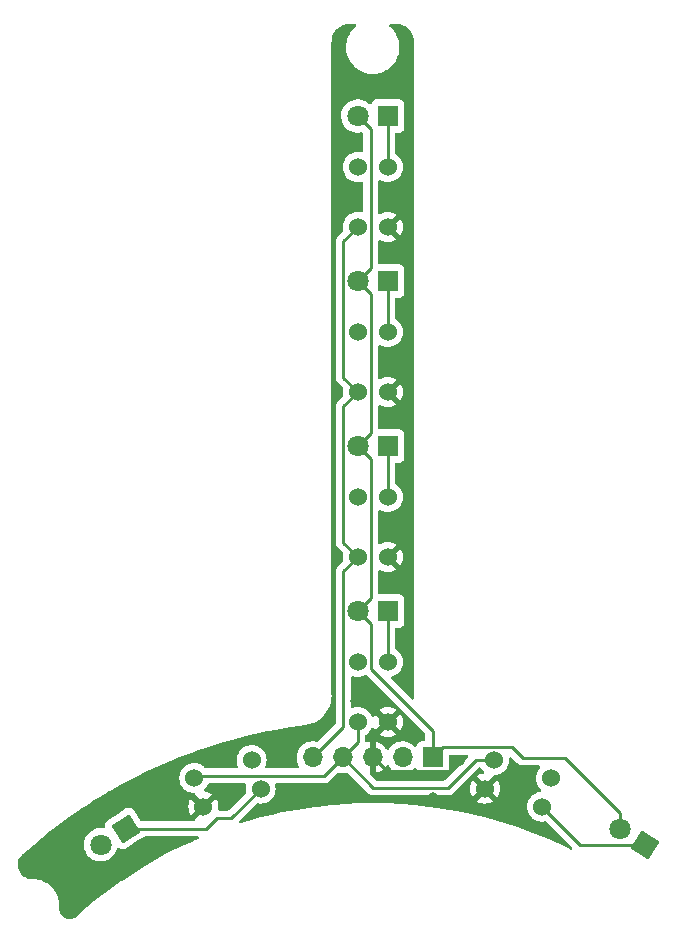
<source format=gbr>
%TF.GenerationSoftware,KiCad,Pcbnew,(6.0.5)*%
%TF.CreationDate,2022-10-18T17:48:47+09:00*%
%TF.ProjectId,line_sensor_right,6c696e65-5f73-4656-9e73-6f725f726967,rev?*%
%TF.SameCoordinates,Original*%
%TF.FileFunction,Copper,L1,Top*%
%TF.FilePolarity,Positive*%
%FSLAX46Y46*%
G04 Gerber Fmt 4.6, Leading zero omitted, Abs format (unit mm)*
G04 Created by KiCad (PCBNEW (6.0.5)) date 2022-10-18 17:48:47*
%MOMM*%
%LPD*%
G01*
G04 APERTURE LIST*
G04 Aperture macros list*
%AMRotRect*
0 Rectangle, with rotation*
0 The origin of the aperture is its center*
0 $1 length*
0 $2 width*
0 $3 Rotation angle, in degrees counterclockwise*
0 Add horizontal line*
21,1,$1,$2,0,0,$3*%
G04 Aperture macros list end*
%TA.AperFunction,ComponentPad*%
%ADD10R,1.800000X1.800000*%
%TD*%
%TA.AperFunction,ComponentPad*%
%ADD11C,1.800000*%
%TD*%
%TA.AperFunction,ComponentPad*%
%ADD12RotRect,1.800000X1.800000X147.500000*%
%TD*%
%TA.AperFunction,ComponentPad*%
%ADD13C,1.524000*%
%TD*%
%TA.AperFunction,ComponentPad*%
%ADD14RotRect,1.800000X1.800000X212.500000*%
%TD*%
%TA.AperFunction,ComponentPad*%
%ADD15R,1.700000X1.700000*%
%TD*%
%TA.AperFunction,ComponentPad*%
%ADD16O,1.700000X1.700000*%
%TD*%
%TA.AperFunction,ViaPad*%
%ADD17C,0.800000*%
%TD*%
%TA.AperFunction,Conductor*%
%ADD18C,0.250000*%
%TD*%
G04 APERTURE END LIST*
D10*
%TO.P,D6,1,K*%
%TO.N,Net-(D6-Pad1)*%
X160025000Y-69596000D03*
D11*
%TO.P,D6,2,A*%
%TO.N,R Trim*%
X157485000Y-69596000D03*
%TD*%
D12*
%TO.P,D3,1,K*%
%TO.N,Net-(D3-Pad1)*%
X181797654Y-117325407D03*
D11*
%TO.P,D3,2,A*%
%TO.N,R Trim*%
X179655440Y-115960666D03*
%TD*%
D10*
%TO.P,D5,1,K*%
%TO.N,Net-(D5-Pad1)*%
X160025000Y-97536000D03*
D11*
%TO.P,D5,2,A*%
%TO.N,R Trim*%
X157485000Y-97536000D03*
%TD*%
D10*
%TO.P,D7,1,K*%
%TO.N,Net-(U7-Pad1)*%
X160025000Y-55626000D03*
D11*
%TO.P,D7,2,A*%
%TO.N,R Trim*%
X157485000Y-55626000D03*
%TD*%
D13*
%TO.P,U1,1,K(-)*%
%TO.N,Net-(D1-Pad1)*%
X149256673Y-112574219D03*
%TO.P,U1,2,VCC*%
%TO.N,+5V*%
X148492881Y-110151778D03*
%TO.P,U1,3,VOUT*%
%TO.N,Line Data 1*%
X143647998Y-111679364D03*
%TO.P,U1,4,GND*%
%TO.N,GND*%
X144411791Y-114101805D03*
%TD*%
D14*
%TO.P,D1,1,K*%
%TO.N,Net-(D1-Pad1)*%
X137852994Y-115955293D03*
D11*
%TO.P,D1,2,A*%
%TO.N,R Trim*%
X135710780Y-117320034D03*
%TD*%
D13*
%TO.P,U3,1,K(-)*%
%TO.N,Net-(D3-Pad1)*%
X173088209Y-114101805D03*
%TO.P,U3,2,VCC*%
%TO.N,+5V*%
X173852002Y-111679364D03*
%TO.P,U3,3,VOUT*%
%TO.N,Line Data 1*%
X169007119Y-110151778D03*
%TO.P,U3,4,GND*%
%TO.N,GND*%
X168243327Y-112574219D03*
%TD*%
%TO.P,U7,1,K(-)*%
%TO.N,Net-(U7-Pad1)*%
X160018000Y-59944000D03*
%TO.P,U7,2,VCC*%
%TO.N,+5V*%
X157478000Y-59944000D03*
%TO.P,U7,3,VOUT*%
%TO.N,Line Data 2*%
X157478000Y-65024000D03*
%TO.P,U7,4,GND*%
%TO.N,GND*%
X160018000Y-65024000D03*
%TD*%
%TO.P,U6,1,K(-)*%
%TO.N,Net-(D6-Pad1)*%
X160018000Y-73914000D03*
%TO.P,U6,2,VCC*%
%TO.N,+5V*%
X157478000Y-73914000D03*
%TO.P,U6,3,VOUT*%
%TO.N,Line Data 2*%
X157478000Y-78994000D03*
%TO.P,U6,4,GND*%
%TO.N,GND*%
X160018000Y-78994000D03*
%TD*%
D15*
%TO.P,J1,1,Pin_1*%
%TO.N,R Trim*%
X163825000Y-109925000D03*
D16*
%TO.P,J1,2,Pin_2*%
%TO.N,+5V*%
X161285000Y-109925000D03*
%TO.P,J1,3,Pin_3*%
%TO.N,GND*%
X158745000Y-109925000D03*
%TO.P,J1,4,Pin_4*%
%TO.N,Line Data 1*%
X156205000Y-109925000D03*
%TO.P,J1,5,Pin_5*%
%TO.N,Line Data 2*%
X153665000Y-109925000D03*
%TD*%
D13*
%TO.P,U4,1,K(-)*%
%TO.N,Net-(D4-Pad1)*%
X160018000Y-87884000D03*
%TO.P,U4,2,VCC*%
%TO.N,+5V*%
X157478000Y-87884000D03*
%TO.P,U4,3,VOUT*%
%TO.N,Line Data 2*%
X157478000Y-92964000D03*
%TO.P,U4,4,GND*%
%TO.N,GND*%
X160018000Y-92964000D03*
%TD*%
D10*
%TO.P,D4,1,K*%
%TO.N,Net-(D4-Pad1)*%
X160025000Y-83566000D03*
D11*
%TO.P,D4,2,A*%
%TO.N,R Trim*%
X157485000Y-83566000D03*
%TD*%
D13*
%TO.P,U5,1,K(-)*%
%TO.N,Net-(D5-Pad1)*%
X160018000Y-101854000D03*
%TO.P,U5,2,VCC*%
%TO.N,+5V*%
X157478000Y-101854000D03*
%TO.P,U5,3,VOUT*%
%TO.N,Line Data 1*%
X157478000Y-106934000D03*
%TO.P,U5,4,GND*%
%TO.N,GND*%
X160018000Y-106934000D03*
%TD*%
D17*
%TO.N,GND*%
X170434000Y-114300000D03*
X134366000Y-121158000D03*
X161544000Y-103632000D03*
X161036000Y-94996000D03*
X161798000Y-107442000D03*
X166116000Y-110236000D03*
X161036000Y-67056000D03*
X145796000Y-109982000D03*
X151130000Y-109982000D03*
X161036000Y-81026000D03*
X156210000Y-58420000D03*
X131826000Y-117856000D03*
X161290000Y-52578000D03*
X163830000Y-113284000D03*
X141224000Y-114046000D03*
X156718000Y-52578000D03*
X157226000Y-105156000D03*
%TD*%
D18*
%TO.N,GND*%
X159919511Y-111099511D02*
X165252489Y-111099511D01*
X165252489Y-111099511D02*
X166116000Y-110236000D01*
X158745000Y-109925000D02*
X159919511Y-111099511D01*
%TO.N,Net-(D1-Pad1)*%
X149256673Y-112574219D02*
X146768892Y-115062000D01*
X145550586Y-115062000D02*
X144657293Y-115955293D01*
X146768892Y-115062000D02*
X145550586Y-115062000D01*
X144657293Y-115955293D02*
X137852994Y-115955293D01*
%TO.N,R Trim*%
X157485000Y-55626000D02*
X158564511Y-56705511D01*
X179655440Y-114631440D02*
X175006000Y-109982000D01*
X157485000Y-69596000D02*
X158564511Y-70675511D01*
X158564511Y-70675511D02*
X158564511Y-82486489D01*
X158564511Y-102430511D02*
X163825000Y-107691000D01*
X158564511Y-68516489D02*
X157485000Y-69596000D01*
X158564511Y-84645511D02*
X158564511Y-96456489D01*
X179655440Y-115960666D02*
X179655440Y-114631440D01*
X164684733Y-109065267D02*
X163825000Y-109925000D01*
X157485000Y-97536000D02*
X158564511Y-98615511D01*
X158564511Y-82486489D02*
X157485000Y-83566000D01*
X158564511Y-98615511D02*
X158564511Y-102430511D01*
X157485000Y-83566000D02*
X158564511Y-84645511D01*
X158564511Y-56705511D02*
X158564511Y-68516489D01*
X171450000Y-109982000D02*
X170533267Y-109065267D01*
X170533267Y-109065267D02*
X164684733Y-109065267D01*
X175006000Y-109982000D02*
X171450000Y-109982000D01*
X163825000Y-107691000D02*
X163825000Y-109925000D01*
X158564511Y-96456489D02*
X157485000Y-97536000D01*
%TO.N,Net-(D3-Pad1)*%
X181797654Y-117325407D02*
X176311811Y-117325407D01*
X176311811Y-117325407D02*
X173088209Y-114101805D01*
%TO.N,Net-(D4-Pad1)*%
X160018000Y-87884000D02*
X160018000Y-83573000D01*
X160018000Y-83573000D02*
X160025000Y-83566000D01*
%TO.N,Net-(D5-Pad1)*%
X160018000Y-101854000D02*
X160018000Y-97543000D01*
X160018000Y-97543000D02*
X160025000Y-97536000D01*
%TO.N,Net-(D6-Pad1)*%
X160018000Y-73914000D02*
X160018000Y-69603000D01*
X160018000Y-69603000D02*
X160025000Y-69596000D01*
%TO.N,Net-(U7-Pad1)*%
X160018000Y-55633000D02*
X160025000Y-55626000D01*
X160018000Y-59944000D02*
X160018000Y-55633000D01*
%TO.N,Line Data 1*%
X167470222Y-110151778D02*
X165100000Y-112522000D01*
X169007119Y-110151778D02*
X167470222Y-110151778D01*
X158802000Y-112522000D02*
X156205000Y-109925000D01*
X156205000Y-109925000D02*
X154642292Y-111487708D01*
X165100000Y-112522000D02*
X158802000Y-112522000D01*
X143839654Y-111487708D02*
X143647998Y-111679364D01*
X156205000Y-109925000D02*
X157478000Y-108652000D01*
X154642292Y-111487708D02*
X143839654Y-111487708D01*
X157478000Y-108652000D02*
X157478000Y-106934000D01*
%TO.N,Line Data 2*%
X156260489Y-91746489D02*
X156260489Y-80211511D01*
X157478000Y-92964000D02*
X156260489Y-91746489D01*
X156260489Y-77776489D02*
X157478000Y-78994000D01*
X156260489Y-107329511D02*
X156260489Y-94181511D01*
X156260489Y-94181511D02*
X157478000Y-92964000D01*
X156260489Y-80211511D02*
X157478000Y-78994000D01*
X157478000Y-65024000D02*
X156260489Y-66241511D01*
X156260489Y-66241511D02*
X156260489Y-77776489D01*
X153665000Y-109925000D02*
X156260489Y-107329511D01*
%TD*%
%TA.AperFunction,Conductor*%
%TO.N,GND*%
G36*
X157305666Y-47848495D02*
G01*
X157352159Y-47902151D01*
X157362263Y-47972425D01*
X157332769Y-48037005D01*
X157320623Y-48049225D01*
X157242044Y-48118137D01*
X157149186Y-48199572D01*
X157146477Y-48202661D01*
X156956698Y-48419061D01*
X156956694Y-48419067D01*
X156953980Y-48422161D01*
X156951691Y-48425587D01*
X156951687Y-48425592D01*
X156933761Y-48452421D01*
X156789498Y-48668326D01*
X156658554Y-48933854D01*
X156657229Y-48937759D01*
X156657228Y-48937760D01*
X156602515Y-49098941D01*
X156563389Y-49214202D01*
X156562585Y-49218246D01*
X156562583Y-49218252D01*
X156532603Y-49368973D01*
X156505630Y-49504573D01*
X156486267Y-49799999D01*
X156505630Y-50095425D01*
X156563389Y-50385796D01*
X156658554Y-50666144D01*
X156789498Y-50931672D01*
X156953980Y-51177837D01*
X156956694Y-51180931D01*
X156956698Y-51180937D01*
X157146477Y-51397337D01*
X157149186Y-51400426D01*
X157152275Y-51403135D01*
X157368675Y-51592914D01*
X157368681Y-51592918D01*
X157371775Y-51595632D01*
X157375201Y-51597921D01*
X157375206Y-51597925D01*
X157559018Y-51720743D01*
X157617940Y-51760114D01*
X157621639Y-51761938D01*
X157621644Y-51761941D01*
X157757926Y-51829147D01*
X157883468Y-51891058D01*
X157887373Y-51892383D01*
X157887374Y-51892384D01*
X158159903Y-51984895D01*
X158159907Y-51984896D01*
X158163816Y-51986223D01*
X158167860Y-51987027D01*
X158167866Y-51987029D01*
X158450148Y-52043179D01*
X158450154Y-52043180D01*
X158454187Y-52043982D01*
X158458292Y-52044251D01*
X158458299Y-52044252D01*
X158745494Y-52063075D01*
X158749613Y-52063345D01*
X158753732Y-52063075D01*
X159040927Y-52044252D01*
X159040934Y-52044251D01*
X159045039Y-52043982D01*
X159049072Y-52043180D01*
X159049078Y-52043179D01*
X159331360Y-51987029D01*
X159331366Y-51987027D01*
X159335410Y-51986223D01*
X159339319Y-51984896D01*
X159339323Y-51984895D01*
X159611852Y-51892384D01*
X159611853Y-51892383D01*
X159615758Y-51891058D01*
X159741300Y-51829147D01*
X159877582Y-51761941D01*
X159877587Y-51761938D01*
X159881286Y-51760114D01*
X159940208Y-51720743D01*
X160124020Y-51597925D01*
X160124025Y-51597921D01*
X160127451Y-51595632D01*
X160130545Y-51592918D01*
X160130551Y-51592914D01*
X160346951Y-51403135D01*
X160350040Y-51400426D01*
X160352749Y-51397337D01*
X160542528Y-51180937D01*
X160542532Y-51180931D01*
X160545246Y-51177837D01*
X160709728Y-50931672D01*
X160840672Y-50666144D01*
X160935837Y-50385796D01*
X160993596Y-50095425D01*
X161012959Y-49799999D01*
X160993596Y-49504573D01*
X160966624Y-49368973D01*
X160936643Y-49218252D01*
X160936641Y-49218246D01*
X160935837Y-49214202D01*
X160896712Y-49098941D01*
X160841998Y-48937760D01*
X160841997Y-48937759D01*
X160840672Y-48933854D01*
X160709728Y-48668326D01*
X160565465Y-48452421D01*
X160547539Y-48425592D01*
X160547535Y-48425587D01*
X160545246Y-48422161D01*
X160542532Y-48419067D01*
X160542528Y-48419061D01*
X160352749Y-48202661D01*
X160350040Y-48199572D01*
X160257182Y-48118137D01*
X160178603Y-48049225D01*
X160140576Y-47989271D01*
X160140998Y-47918276D01*
X160179737Y-47858779D01*
X160244492Y-47829671D01*
X160261681Y-47828493D01*
X160733226Y-47828493D01*
X160755049Y-47830397D01*
X160758302Y-47830969D01*
X160763641Y-47831908D01*
X160763642Y-47831908D01*
X160772478Y-47833462D01*
X160786733Y-47831882D01*
X160812837Y-47831709D01*
X160819608Y-47832369D01*
X160999148Y-47849870D01*
X161018374Y-47853265D01*
X161068247Y-47866121D01*
X161223217Y-47906071D01*
X161241689Y-47912395D01*
X161255317Y-47918276D01*
X161435904Y-47996209D01*
X161435920Y-47996216D01*
X161453187Y-48005315D01*
X161632138Y-48118140D01*
X161647788Y-48129793D01*
X161807171Y-48268922D01*
X161820832Y-48282855D01*
X161956791Y-48444919D01*
X161968143Y-48460805D01*
X162077433Y-48641931D01*
X162086195Y-48659380D01*
X162166187Y-48855210D01*
X162172148Y-48873803D01*
X162220927Y-49079648D01*
X162220927Y-49079650D01*
X162223943Y-49098941D01*
X162237907Y-49278632D01*
X162237259Y-49295482D01*
X162237413Y-49295484D01*
X162237303Y-49304460D01*
X162235922Y-49313330D01*
X162237086Y-49322233D01*
X162237086Y-49322238D01*
X162240049Y-49344900D01*
X162241113Y-49361236D01*
X162241113Y-104631294D01*
X162239366Y-104652202D01*
X162236037Y-104671986D01*
X162235978Y-104676853D01*
X162235961Y-104678262D01*
X162235884Y-104684538D01*
X162236574Y-104689357D01*
X162236703Y-104691340D01*
X162237370Y-104697907D01*
X162250047Y-104908612D01*
X162234172Y-104977811D01*
X162183405Y-105027442D01*
X162113865Y-105041748D01*
X162047629Y-105016187D01*
X162035179Y-105005274D01*
X160315244Y-103285339D01*
X160281218Y-103223027D01*
X160286283Y-103152212D01*
X160328830Y-103095376D01*
X160371726Y-103074538D01*
X160425623Y-103060096D01*
X160448886Y-103053863D01*
X160448888Y-103053862D01*
X160454196Y-103052440D01*
X160459178Y-103050117D01*
X160650690Y-102960814D01*
X160650695Y-102960811D01*
X160655677Y-102958488D01*
X160757505Y-102887187D01*
X160833270Y-102834136D01*
X160833273Y-102834134D01*
X160837781Y-102830977D01*
X160994977Y-102673781D01*
X161122488Y-102491676D01*
X161124811Y-102486694D01*
X161124814Y-102486689D01*
X161214117Y-102295178D01*
X161214118Y-102295177D01*
X161216440Y-102290196D01*
X161273978Y-102075463D01*
X161293353Y-101854000D01*
X161273978Y-101632537D01*
X161216440Y-101417804D01*
X161214117Y-101412822D01*
X161124814Y-101221311D01*
X161124811Y-101221306D01*
X161122488Y-101216324D01*
X160994977Y-101034219D01*
X160837781Y-100877023D01*
X160833273Y-100873866D01*
X160833270Y-100873864D01*
X160705229Y-100784209D01*
X160660901Y-100728752D01*
X160651500Y-100680996D01*
X160651500Y-99070500D01*
X160671502Y-99002379D01*
X160725158Y-98955886D01*
X160777500Y-98944500D01*
X160973134Y-98944500D01*
X161035316Y-98937745D01*
X161171705Y-98886615D01*
X161288261Y-98799261D01*
X161375615Y-98682705D01*
X161426745Y-98546316D01*
X161433500Y-98484134D01*
X161433500Y-96587866D01*
X161426745Y-96525684D01*
X161375615Y-96389295D01*
X161288261Y-96272739D01*
X161171705Y-96185385D01*
X161035316Y-96134255D01*
X160973134Y-96127500D01*
X159324011Y-96127500D01*
X159255890Y-96107498D01*
X159209397Y-96053842D01*
X159198011Y-96001500D01*
X159198011Y-94180335D01*
X159218013Y-94112214D01*
X159271669Y-94065721D01*
X159341943Y-94055617D01*
X159380198Y-94068859D01*
X159380574Y-94068053D01*
X159576993Y-94159645D01*
X159587285Y-94163391D01*
X159791309Y-94218059D01*
X159802104Y-94219962D01*
X160012525Y-94238372D01*
X160023475Y-94238372D01*
X160233896Y-94219962D01*
X160244691Y-94218059D01*
X160448715Y-94163391D01*
X160459007Y-94159645D01*
X160650445Y-94070376D01*
X160659931Y-94064898D01*
X160703764Y-94034207D01*
X160712139Y-94023729D01*
X160705071Y-94010281D01*
X159747885Y-93053095D01*
X159713859Y-92990783D01*
X159715694Y-92965132D01*
X160382408Y-92965132D01*
X160382539Y-92966965D01*
X160386790Y-92973580D01*
X161065003Y-93651793D01*
X161076777Y-93658223D01*
X161088793Y-93648926D01*
X161118897Y-93605932D01*
X161124377Y-93596441D01*
X161213645Y-93405007D01*
X161217391Y-93394715D01*
X161272059Y-93190691D01*
X161273962Y-93179896D01*
X161292372Y-92969475D01*
X161292372Y-92958525D01*
X161273962Y-92748104D01*
X161272059Y-92737309D01*
X161217391Y-92533285D01*
X161213645Y-92522993D01*
X161124377Y-92331559D01*
X161118897Y-92322068D01*
X161088206Y-92278235D01*
X161077729Y-92269860D01*
X161064282Y-92276928D01*
X160390022Y-92951188D01*
X160382408Y-92965132D01*
X159715694Y-92965132D01*
X159718924Y-92919968D01*
X159747885Y-92874905D01*
X160705793Y-91916997D01*
X160712223Y-91905223D01*
X160702926Y-91893207D01*
X160659931Y-91863102D01*
X160650445Y-91857624D01*
X160459007Y-91768355D01*
X160448715Y-91764609D01*
X160244691Y-91709941D01*
X160233896Y-91708038D01*
X160023475Y-91689628D01*
X160012525Y-91689628D01*
X159802104Y-91708038D01*
X159791309Y-91709941D01*
X159587285Y-91764609D01*
X159576993Y-91768355D01*
X159380575Y-91859947D01*
X159379905Y-91858510D01*
X159318006Y-91873522D01*
X159250916Y-91850296D01*
X159207033Y-91794486D01*
X159198011Y-91747665D01*
X159198011Y-89100915D01*
X159218013Y-89032794D01*
X159271669Y-88986301D01*
X159341943Y-88976197D01*
X159379924Y-88989344D01*
X159380323Y-88988488D01*
X159581804Y-89082440D01*
X159587112Y-89083862D01*
X159587114Y-89083863D01*
X159619072Y-89092426D01*
X159796537Y-89139978D01*
X160018000Y-89159353D01*
X160239463Y-89139978D01*
X160416928Y-89092426D01*
X160448886Y-89083863D01*
X160448888Y-89083862D01*
X160454196Y-89082440D01*
X160471011Y-89074599D01*
X160650690Y-88990814D01*
X160650695Y-88990811D01*
X160655677Y-88988488D01*
X160757505Y-88917187D01*
X160833270Y-88864136D01*
X160833273Y-88864134D01*
X160837781Y-88860977D01*
X160994977Y-88703781D01*
X161122488Y-88521676D01*
X161124811Y-88516694D01*
X161124814Y-88516689D01*
X161214117Y-88325178D01*
X161214118Y-88325177D01*
X161216440Y-88320196D01*
X161273978Y-88105463D01*
X161293353Y-87884000D01*
X161273978Y-87662537D01*
X161216440Y-87447804D01*
X161214117Y-87442822D01*
X161124814Y-87251311D01*
X161124811Y-87251306D01*
X161122488Y-87246324D01*
X160994977Y-87064219D01*
X160837781Y-86907023D01*
X160833273Y-86903866D01*
X160833270Y-86903864D01*
X160705229Y-86814209D01*
X160660901Y-86758752D01*
X160651500Y-86710996D01*
X160651500Y-85100500D01*
X160671502Y-85032379D01*
X160725158Y-84985886D01*
X160777500Y-84974500D01*
X160973134Y-84974500D01*
X161035316Y-84967745D01*
X161171705Y-84916615D01*
X161288261Y-84829261D01*
X161375615Y-84712705D01*
X161426745Y-84576316D01*
X161433500Y-84514134D01*
X161433500Y-82617866D01*
X161426745Y-82555684D01*
X161375615Y-82419295D01*
X161288261Y-82302739D01*
X161171705Y-82215385D01*
X161035316Y-82164255D01*
X160973134Y-82157500D01*
X159324011Y-82157500D01*
X159255890Y-82137498D01*
X159209397Y-82083842D01*
X159198011Y-82031500D01*
X159198011Y-80210335D01*
X159218013Y-80142214D01*
X159271669Y-80095721D01*
X159341943Y-80085617D01*
X159380198Y-80098859D01*
X159380574Y-80098053D01*
X159576993Y-80189645D01*
X159587285Y-80193391D01*
X159791309Y-80248059D01*
X159802104Y-80249962D01*
X160012525Y-80268372D01*
X160023475Y-80268372D01*
X160233896Y-80249962D01*
X160244691Y-80248059D01*
X160448715Y-80193391D01*
X160459007Y-80189645D01*
X160650445Y-80100376D01*
X160659931Y-80094898D01*
X160703764Y-80064207D01*
X160712139Y-80053729D01*
X160705071Y-80040281D01*
X159747885Y-79083095D01*
X159713859Y-79020783D01*
X159715694Y-78995132D01*
X160382408Y-78995132D01*
X160382539Y-78996965D01*
X160386790Y-79003580D01*
X161065003Y-79681793D01*
X161076777Y-79688223D01*
X161088793Y-79678926D01*
X161118897Y-79635932D01*
X161124377Y-79626441D01*
X161213645Y-79435007D01*
X161217391Y-79424715D01*
X161272059Y-79220691D01*
X161273962Y-79209896D01*
X161292372Y-78999475D01*
X161292372Y-78988525D01*
X161273962Y-78778104D01*
X161272059Y-78767309D01*
X161217391Y-78563285D01*
X161213645Y-78552993D01*
X161124377Y-78361559D01*
X161118897Y-78352068D01*
X161088206Y-78308235D01*
X161077729Y-78299860D01*
X161064282Y-78306928D01*
X160390022Y-78981188D01*
X160382408Y-78995132D01*
X159715694Y-78995132D01*
X159718924Y-78949968D01*
X159747885Y-78904905D01*
X160705793Y-77946997D01*
X160712223Y-77935223D01*
X160702926Y-77923207D01*
X160659931Y-77893102D01*
X160650445Y-77887624D01*
X160459007Y-77798355D01*
X160448715Y-77794609D01*
X160244691Y-77739941D01*
X160233896Y-77738038D01*
X160023475Y-77719628D01*
X160012525Y-77719628D01*
X159802104Y-77738038D01*
X159791309Y-77739941D01*
X159587285Y-77794609D01*
X159576993Y-77798355D01*
X159380575Y-77889947D01*
X159379905Y-77888510D01*
X159318006Y-77903522D01*
X159250916Y-77880296D01*
X159207033Y-77824486D01*
X159198011Y-77777665D01*
X159198011Y-75130915D01*
X159218013Y-75062794D01*
X159271669Y-75016301D01*
X159341943Y-75006197D01*
X159379924Y-75019344D01*
X159380323Y-75018488D01*
X159581804Y-75112440D01*
X159587112Y-75113862D01*
X159587114Y-75113863D01*
X159619072Y-75122426D01*
X159796537Y-75169978D01*
X160018000Y-75189353D01*
X160239463Y-75169978D01*
X160416928Y-75122426D01*
X160448886Y-75113863D01*
X160448888Y-75113862D01*
X160454196Y-75112440D01*
X160471011Y-75104599D01*
X160650690Y-75020814D01*
X160650695Y-75020811D01*
X160655677Y-75018488D01*
X160757505Y-74947187D01*
X160833270Y-74894136D01*
X160833273Y-74894134D01*
X160837781Y-74890977D01*
X160994977Y-74733781D01*
X161122488Y-74551676D01*
X161124811Y-74546694D01*
X161124814Y-74546689D01*
X161214117Y-74355178D01*
X161214118Y-74355177D01*
X161216440Y-74350196D01*
X161273978Y-74135463D01*
X161293353Y-73914000D01*
X161273978Y-73692537D01*
X161216440Y-73477804D01*
X161214117Y-73472822D01*
X161124814Y-73281311D01*
X161124811Y-73281306D01*
X161122488Y-73276324D01*
X160994977Y-73094219D01*
X160837781Y-72937023D01*
X160833273Y-72933866D01*
X160833270Y-72933864D01*
X160705229Y-72844209D01*
X160660901Y-72788752D01*
X160651500Y-72740996D01*
X160651500Y-71130500D01*
X160671502Y-71062379D01*
X160725158Y-71015886D01*
X160777500Y-71004500D01*
X160973134Y-71004500D01*
X161035316Y-70997745D01*
X161171705Y-70946615D01*
X161288261Y-70859261D01*
X161375615Y-70742705D01*
X161426745Y-70606316D01*
X161433500Y-70544134D01*
X161433500Y-68647866D01*
X161426745Y-68585684D01*
X161375615Y-68449295D01*
X161288261Y-68332739D01*
X161171705Y-68245385D01*
X161035316Y-68194255D01*
X160973134Y-68187500D01*
X159324011Y-68187500D01*
X159255890Y-68167498D01*
X159209397Y-68113842D01*
X159198011Y-68061500D01*
X159198011Y-66240335D01*
X159218013Y-66172214D01*
X159271669Y-66125721D01*
X159341943Y-66115617D01*
X159380198Y-66128859D01*
X159380574Y-66128053D01*
X159576993Y-66219645D01*
X159587285Y-66223391D01*
X159791309Y-66278059D01*
X159802104Y-66279962D01*
X160012525Y-66298372D01*
X160023475Y-66298372D01*
X160233896Y-66279962D01*
X160244691Y-66278059D01*
X160448715Y-66223391D01*
X160459007Y-66219645D01*
X160650445Y-66130376D01*
X160659931Y-66124898D01*
X160703764Y-66094207D01*
X160712139Y-66083729D01*
X160705071Y-66070281D01*
X159747885Y-65113095D01*
X159713859Y-65050783D01*
X159715694Y-65025132D01*
X160382408Y-65025132D01*
X160382539Y-65026965D01*
X160386790Y-65033580D01*
X161065003Y-65711793D01*
X161076777Y-65718223D01*
X161088793Y-65708926D01*
X161118897Y-65665932D01*
X161124377Y-65656441D01*
X161213645Y-65465007D01*
X161217391Y-65454715D01*
X161272059Y-65250691D01*
X161273962Y-65239896D01*
X161292372Y-65029475D01*
X161292372Y-65018525D01*
X161273962Y-64808104D01*
X161272059Y-64797309D01*
X161217391Y-64593285D01*
X161213645Y-64582993D01*
X161124377Y-64391559D01*
X161118897Y-64382068D01*
X161088206Y-64338235D01*
X161077729Y-64329860D01*
X161064282Y-64336928D01*
X160390022Y-65011188D01*
X160382408Y-65025132D01*
X159715694Y-65025132D01*
X159718924Y-64979968D01*
X159747885Y-64934905D01*
X160705793Y-63976997D01*
X160712223Y-63965223D01*
X160702926Y-63953207D01*
X160659931Y-63923102D01*
X160650445Y-63917624D01*
X160459007Y-63828355D01*
X160448715Y-63824609D01*
X160244691Y-63769941D01*
X160233896Y-63768038D01*
X160023475Y-63749628D01*
X160012525Y-63749628D01*
X159802104Y-63768038D01*
X159791309Y-63769941D01*
X159587285Y-63824609D01*
X159576993Y-63828355D01*
X159380575Y-63919947D01*
X159379905Y-63918510D01*
X159318006Y-63933522D01*
X159250916Y-63910296D01*
X159207033Y-63854486D01*
X159198011Y-63807665D01*
X159198011Y-61160915D01*
X159218013Y-61092794D01*
X159271669Y-61046301D01*
X159341943Y-61036197D01*
X159379924Y-61049344D01*
X159380323Y-61048488D01*
X159581804Y-61142440D01*
X159587112Y-61143862D01*
X159587114Y-61143863D01*
X159650753Y-61160915D01*
X159796537Y-61199978D01*
X160018000Y-61219353D01*
X160239463Y-61199978D01*
X160385247Y-61160915D01*
X160448886Y-61143863D01*
X160448888Y-61143862D01*
X160454196Y-61142440D01*
X160471011Y-61134599D01*
X160650690Y-61050814D01*
X160650695Y-61050811D01*
X160655677Y-61048488D01*
X160757505Y-60977187D01*
X160833270Y-60924136D01*
X160833273Y-60924134D01*
X160837781Y-60920977D01*
X160994977Y-60763781D01*
X161122488Y-60581676D01*
X161124811Y-60576694D01*
X161124814Y-60576689D01*
X161214117Y-60385178D01*
X161214118Y-60385177D01*
X161216440Y-60380196D01*
X161273978Y-60165463D01*
X161293353Y-59944000D01*
X161273978Y-59722537D01*
X161216440Y-59507804D01*
X161214117Y-59502822D01*
X161124814Y-59311311D01*
X161124811Y-59311306D01*
X161122488Y-59306324D01*
X160994977Y-59124219D01*
X160837781Y-58967023D01*
X160833273Y-58963866D01*
X160833270Y-58963864D01*
X160705229Y-58874209D01*
X160660901Y-58818752D01*
X160651500Y-58770996D01*
X160651500Y-57160500D01*
X160671502Y-57092379D01*
X160725158Y-57045886D01*
X160777500Y-57034500D01*
X160973134Y-57034500D01*
X161035316Y-57027745D01*
X161171705Y-56976615D01*
X161288261Y-56889261D01*
X161375615Y-56772705D01*
X161426745Y-56636316D01*
X161433500Y-56574134D01*
X161433500Y-54677866D01*
X161426745Y-54615684D01*
X161375615Y-54479295D01*
X161288261Y-54362739D01*
X161171705Y-54275385D01*
X161035316Y-54224255D01*
X160973134Y-54217500D01*
X159076866Y-54217500D01*
X159014684Y-54224255D01*
X158878295Y-54275385D01*
X158761739Y-54362739D01*
X158674385Y-54479295D01*
X158671233Y-54487703D01*
X158671232Y-54487705D01*
X158650538Y-54542906D01*
X158607897Y-54599671D01*
X158541335Y-54624371D01*
X158471986Y-54609164D01*
X158449167Y-54592666D01*
X158448887Y-54592358D01*
X158316373Y-54487705D01*
X158271177Y-54452011D01*
X158271172Y-54452008D01*
X158267123Y-54448810D01*
X158262607Y-54446317D01*
X158262604Y-54446315D01*
X158068879Y-54339373D01*
X158068875Y-54339371D01*
X158064355Y-54336876D01*
X158059486Y-54335152D01*
X158059482Y-54335150D01*
X157850903Y-54261288D01*
X157850899Y-54261287D01*
X157846028Y-54259562D01*
X157840935Y-54258655D01*
X157840932Y-54258654D01*
X157623095Y-54219851D01*
X157623089Y-54219850D01*
X157618006Y-54218945D01*
X157545096Y-54218054D01*
X157391581Y-54216179D01*
X157391579Y-54216179D01*
X157386411Y-54216116D01*
X157157464Y-54251150D01*
X156937314Y-54323106D01*
X156932726Y-54325494D01*
X156932722Y-54325496D01*
X156736461Y-54427663D01*
X156731872Y-54430052D01*
X156727739Y-54433155D01*
X156727736Y-54433157D01*
X156550790Y-54566012D01*
X156546655Y-54569117D01*
X156386639Y-54736564D01*
X156256119Y-54927899D01*
X156158602Y-55137981D01*
X156096707Y-55361169D01*
X156072095Y-55591469D01*
X156085427Y-55822697D01*
X156086564Y-55827743D01*
X156086565Y-55827749D01*
X156118741Y-55970523D01*
X156136346Y-56048642D01*
X156223484Y-56263237D01*
X156344501Y-56460719D01*
X156496147Y-56635784D01*
X156674349Y-56783730D01*
X156874322Y-56900584D01*
X157090694Y-56983209D01*
X157095760Y-56984240D01*
X157095761Y-56984240D01*
X157148846Y-56995040D01*
X157317656Y-57029385D01*
X157447089Y-57034131D01*
X157543949Y-57037683D01*
X157543953Y-57037683D01*
X157549113Y-57037872D01*
X157554233Y-57037216D01*
X157554235Y-57037216D01*
X157773728Y-57009098D01*
X157773731Y-57009097D01*
X157778847Y-57008442D01*
X157779973Y-57008104D01*
X157849608Y-57013420D01*
X157906240Y-57056238D01*
X157930732Y-57122876D01*
X157931011Y-57131263D01*
X157931011Y-58585859D01*
X157911009Y-58653980D01*
X157857353Y-58700473D01*
X157787079Y-58710577D01*
X157772399Y-58707565D01*
X157704784Y-58689447D01*
X157704776Y-58689446D01*
X157699463Y-58688022D01*
X157478000Y-58668647D01*
X157256537Y-58688022D01*
X157112949Y-58726497D01*
X157047114Y-58744137D01*
X157047112Y-58744138D01*
X157041804Y-58745560D01*
X157036823Y-58747882D01*
X157036822Y-58747883D01*
X156845311Y-58837186D01*
X156845306Y-58837189D01*
X156840324Y-58839512D01*
X156835817Y-58842668D01*
X156835815Y-58842669D01*
X156662730Y-58963864D01*
X156662727Y-58963866D01*
X156658219Y-58967023D01*
X156501023Y-59124219D01*
X156373512Y-59306324D01*
X156371189Y-59311306D01*
X156371186Y-59311311D01*
X156281883Y-59502822D01*
X156279560Y-59507804D01*
X156222022Y-59722537D01*
X156202647Y-59944000D01*
X156222022Y-60165463D01*
X156279560Y-60380196D01*
X156281882Y-60385177D01*
X156281883Y-60385178D01*
X156371186Y-60576689D01*
X156371189Y-60576694D01*
X156373512Y-60581676D01*
X156501023Y-60763781D01*
X156658219Y-60920977D01*
X156662727Y-60924134D01*
X156662730Y-60924136D01*
X156738495Y-60977187D01*
X156840323Y-61048488D01*
X156845305Y-61050811D01*
X156845310Y-61050814D01*
X157024989Y-61134599D01*
X157041804Y-61142440D01*
X157047112Y-61143862D01*
X157047114Y-61143863D01*
X157110753Y-61160915D01*
X157256537Y-61199978D01*
X157478000Y-61219353D01*
X157699463Y-61199978D01*
X157704776Y-61198554D01*
X157704784Y-61198553D01*
X157772399Y-61180435D01*
X157843375Y-61182124D01*
X157902171Y-61221917D01*
X157930120Y-61287181D01*
X157931011Y-61302141D01*
X157931011Y-63665859D01*
X157911009Y-63733980D01*
X157857353Y-63780473D01*
X157787079Y-63790577D01*
X157772399Y-63787565D01*
X157704784Y-63769447D01*
X157704776Y-63769446D01*
X157699463Y-63768022D01*
X157478000Y-63748647D01*
X157256537Y-63768022D01*
X157112949Y-63806497D01*
X157047114Y-63824137D01*
X157047112Y-63824138D01*
X157041804Y-63825560D01*
X157036823Y-63827882D01*
X157036822Y-63827883D01*
X156845311Y-63917186D01*
X156845306Y-63917189D01*
X156840324Y-63919512D01*
X156835817Y-63922668D01*
X156835815Y-63922669D01*
X156662730Y-64043864D01*
X156662727Y-64043866D01*
X156658219Y-64047023D01*
X156501023Y-64204219D01*
X156373512Y-64386324D01*
X156371189Y-64391306D01*
X156371186Y-64391311D01*
X156281883Y-64582822D01*
X156279560Y-64587804D01*
X156222022Y-64802537D01*
X156202647Y-65024000D01*
X156222022Y-65245463D01*
X156223446Y-65250777D01*
X156223447Y-65250783D01*
X156232485Y-65284514D01*
X156230796Y-65355490D01*
X156199874Y-65406221D01*
X155868236Y-65737859D01*
X155859950Y-65745399D01*
X155853471Y-65749511D01*
X155848046Y-65755288D01*
X155806846Y-65799162D01*
X155804091Y-65802004D01*
X155784354Y-65821741D01*
X155781874Y-65824938D01*
X155774171Y-65833958D01*
X155743903Y-65866190D01*
X155740084Y-65873136D01*
X155740082Y-65873139D01*
X155734141Y-65883945D01*
X155723290Y-65900464D01*
X155710875Y-65916470D01*
X155707730Y-65923739D01*
X155707727Y-65923743D01*
X155693315Y-65957048D01*
X155688098Y-65967698D01*
X155666794Y-66006451D01*
X155664823Y-66014126D01*
X155664823Y-66014127D01*
X155661756Y-66026073D01*
X155655352Y-66044777D01*
X155647308Y-66063366D01*
X155646069Y-66071189D01*
X155646066Y-66071199D01*
X155640390Y-66107035D01*
X155637984Y-66118655D01*
X155634975Y-66130376D01*
X155626989Y-66161481D01*
X155626989Y-66181735D01*
X155625438Y-66201445D01*
X155622269Y-66221454D01*
X155626114Y-66262124D01*
X155626430Y-66265472D01*
X155626989Y-66277330D01*
X155626989Y-77697722D01*
X155626462Y-77708905D01*
X155624787Y-77716398D01*
X155625036Y-77724324D01*
X155625036Y-77724325D01*
X155626927Y-77784475D01*
X155626989Y-77788434D01*
X155626989Y-77816345D01*
X155627486Y-77820279D01*
X155627486Y-77820280D01*
X155627494Y-77820345D01*
X155628427Y-77832182D01*
X155629816Y-77876378D01*
X155634675Y-77893102D01*
X155635467Y-77895828D01*
X155639476Y-77915189D01*
X155642015Y-77935286D01*
X155644934Y-77942657D01*
X155644934Y-77942659D01*
X155658293Y-77976401D01*
X155662138Y-77987631D01*
X155674471Y-78030082D01*
X155678504Y-78036901D01*
X155678506Y-78036906D01*
X155684782Y-78047517D01*
X155693477Y-78065265D01*
X155700937Y-78084106D01*
X155705599Y-78090522D01*
X155705599Y-78090523D01*
X155726925Y-78119876D01*
X155733441Y-78129796D01*
X155755947Y-78167851D01*
X155770268Y-78182172D01*
X155783108Y-78197205D01*
X155795017Y-78213596D01*
X155801123Y-78218647D01*
X155829094Y-78241787D01*
X155837873Y-78249777D01*
X156199874Y-78611778D01*
X156233900Y-78674090D01*
X156232486Y-78733484D01*
X156222022Y-78772537D01*
X156202647Y-78994000D01*
X156222022Y-79215463D01*
X156223446Y-79220777D01*
X156223447Y-79220783D01*
X156232485Y-79254514D01*
X156230796Y-79325490D01*
X156199874Y-79376221D01*
X155868236Y-79707859D01*
X155859950Y-79715399D01*
X155853471Y-79719511D01*
X155848046Y-79725288D01*
X155806846Y-79769162D01*
X155804091Y-79772004D01*
X155784354Y-79791741D01*
X155781874Y-79794938D01*
X155774171Y-79803958D01*
X155743903Y-79836190D01*
X155740084Y-79843136D01*
X155740082Y-79843139D01*
X155734141Y-79853945D01*
X155723290Y-79870464D01*
X155710875Y-79886470D01*
X155707730Y-79893739D01*
X155707727Y-79893743D01*
X155693315Y-79927048D01*
X155688098Y-79937698D01*
X155666794Y-79976451D01*
X155664823Y-79984126D01*
X155664823Y-79984127D01*
X155661756Y-79996073D01*
X155655352Y-80014777D01*
X155647308Y-80033366D01*
X155646069Y-80041189D01*
X155646066Y-80041199D01*
X155640390Y-80077035D01*
X155637984Y-80088655D01*
X155634975Y-80100376D01*
X155626989Y-80131481D01*
X155626989Y-80151735D01*
X155625438Y-80171445D01*
X155622269Y-80191454D01*
X155626114Y-80232124D01*
X155626430Y-80235472D01*
X155626989Y-80247330D01*
X155626989Y-91667722D01*
X155626462Y-91678905D01*
X155624787Y-91686398D01*
X155625036Y-91694324D01*
X155625036Y-91694325D01*
X155626927Y-91754475D01*
X155626989Y-91758434D01*
X155626989Y-91786345D01*
X155627486Y-91790279D01*
X155627486Y-91790280D01*
X155627494Y-91790345D01*
X155628427Y-91802182D01*
X155629816Y-91846378D01*
X155634675Y-91863102D01*
X155635467Y-91865828D01*
X155639476Y-91885189D01*
X155642015Y-91905286D01*
X155644934Y-91912657D01*
X155644934Y-91912659D01*
X155658293Y-91946401D01*
X155662138Y-91957631D01*
X155674471Y-92000082D01*
X155678504Y-92006901D01*
X155678506Y-92006906D01*
X155684782Y-92017517D01*
X155693477Y-92035265D01*
X155700937Y-92054106D01*
X155705599Y-92060522D01*
X155705599Y-92060523D01*
X155726925Y-92089876D01*
X155733441Y-92099796D01*
X155755947Y-92137851D01*
X155770268Y-92152172D01*
X155783108Y-92167205D01*
X155795017Y-92183596D01*
X155801123Y-92188647D01*
X155829094Y-92211787D01*
X155837873Y-92219777D01*
X156199874Y-92581778D01*
X156233900Y-92644090D01*
X156232486Y-92703484D01*
X156222022Y-92742537D01*
X156202647Y-92964000D01*
X156222022Y-93185463D01*
X156223446Y-93190777D01*
X156223447Y-93190783D01*
X156232485Y-93224514D01*
X156230796Y-93295490D01*
X156199874Y-93346221D01*
X155868236Y-93677859D01*
X155859950Y-93685399D01*
X155853471Y-93689511D01*
X155848046Y-93695288D01*
X155806846Y-93739162D01*
X155804091Y-93742004D01*
X155784354Y-93761741D01*
X155781874Y-93764938D01*
X155774171Y-93773958D01*
X155743903Y-93806190D01*
X155740084Y-93813136D01*
X155740082Y-93813139D01*
X155734141Y-93823945D01*
X155723290Y-93840464D01*
X155710875Y-93856470D01*
X155707730Y-93863739D01*
X155707727Y-93863743D01*
X155693315Y-93897048D01*
X155688098Y-93907698D01*
X155666794Y-93946451D01*
X155664823Y-93954126D01*
X155664823Y-93954127D01*
X155661756Y-93966073D01*
X155655352Y-93984777D01*
X155647308Y-94003366D01*
X155646069Y-94011189D01*
X155646066Y-94011199D01*
X155640390Y-94047035D01*
X155637984Y-94058655D01*
X155634975Y-94070376D01*
X155626989Y-94101481D01*
X155626989Y-94121735D01*
X155625438Y-94141445D01*
X155622269Y-94161454D01*
X155626114Y-94202124D01*
X155626430Y-94205472D01*
X155626989Y-94217330D01*
X155626989Y-107014917D01*
X155606987Y-107083038D01*
X155590084Y-107104012D01*
X154122345Y-108571750D01*
X154060033Y-108605776D01*
X154011154Y-108606702D01*
X153798373Y-108568800D01*
X153798367Y-108568799D01*
X153793284Y-108567894D01*
X153719452Y-108566992D01*
X153575081Y-108565228D01*
X153575079Y-108565228D01*
X153569911Y-108565165D01*
X153349091Y-108598955D01*
X153136756Y-108668357D01*
X152938607Y-108771507D01*
X152934474Y-108774610D01*
X152934471Y-108774612D01*
X152773064Y-108895800D01*
X152759965Y-108905635D01*
X152734541Y-108932240D01*
X152666280Y-109003671D01*
X152605629Y-109067138D01*
X152479743Y-109251680D01*
X152385688Y-109454305D01*
X152325989Y-109669570D01*
X152302251Y-109891695D01*
X152302548Y-109896848D01*
X152302548Y-109896851D01*
X152305227Y-109943315D01*
X152315110Y-110114715D01*
X152316247Y-110119761D01*
X152316248Y-110119767D01*
X152324696Y-110157253D01*
X152364222Y-110332639D01*
X152406598Y-110436999D01*
X152446295Y-110534761D01*
X152448266Y-110539616D01*
X152450966Y-110544022D01*
X152450968Y-110544026D01*
X152523491Y-110662374D01*
X152542029Y-110730907D01*
X152520572Y-110798584D01*
X152465933Y-110843917D01*
X152416058Y-110854208D01*
X149764955Y-110854208D01*
X149696834Y-110834206D01*
X149650341Y-110780550D01*
X149640237Y-110710276D01*
X149650760Y-110674958D01*
X149688998Y-110592956D01*
X149688999Y-110592955D01*
X149691321Y-110587974D01*
X149693092Y-110581367D01*
X149726112Y-110458134D01*
X149748859Y-110373241D01*
X149768234Y-110151778D01*
X149748859Y-109930315D01*
X149702324Y-109756646D01*
X149692744Y-109720892D01*
X149692743Y-109720890D01*
X149691321Y-109715582D01*
X149688998Y-109710600D01*
X149599695Y-109519089D01*
X149599692Y-109519084D01*
X149597369Y-109514102D01*
X149555499Y-109454305D01*
X149473017Y-109336508D01*
X149473015Y-109336505D01*
X149469858Y-109331997D01*
X149312662Y-109174801D01*
X149308154Y-109171644D01*
X149308151Y-109171642D01*
X149232386Y-109118591D01*
X149130558Y-109047290D01*
X149125576Y-109044967D01*
X149125571Y-109044964D01*
X148934059Y-108955661D01*
X148934058Y-108955660D01*
X148929077Y-108953338D01*
X148923769Y-108951916D01*
X148923767Y-108951915D01*
X148824121Y-108925215D01*
X148714344Y-108895800D01*
X148492881Y-108876425D01*
X148271418Y-108895800D01*
X148161641Y-108925215D01*
X148061995Y-108951915D01*
X148061993Y-108951916D01*
X148056685Y-108953338D01*
X148051704Y-108955660D01*
X148051703Y-108955661D01*
X147860192Y-109044964D01*
X147860187Y-109044967D01*
X147855205Y-109047290D01*
X147850698Y-109050446D01*
X147850696Y-109050447D01*
X147677611Y-109171642D01*
X147677608Y-109171644D01*
X147673100Y-109174801D01*
X147515904Y-109331997D01*
X147512747Y-109336505D01*
X147512745Y-109336508D01*
X147430263Y-109454305D01*
X147388393Y-109514102D01*
X147386070Y-109519084D01*
X147386067Y-109519089D01*
X147296764Y-109710600D01*
X147294441Y-109715582D01*
X147293019Y-109720890D01*
X147293018Y-109720892D01*
X147283438Y-109756646D01*
X147236903Y-109930315D01*
X147217528Y-110151778D01*
X147236903Y-110373241D01*
X147259650Y-110458134D01*
X147292671Y-110581367D01*
X147294441Y-110587974D01*
X147296763Y-110592955D01*
X147296764Y-110592956D01*
X147335002Y-110674958D01*
X147345663Y-110745150D01*
X147316683Y-110809963D01*
X147257263Y-110848819D01*
X147220807Y-110854208D01*
X144671790Y-110854208D01*
X144603669Y-110834206D01*
X144582695Y-110817303D01*
X144467779Y-110702387D01*
X144463271Y-110699230D01*
X144463268Y-110699228D01*
X144366558Y-110631511D01*
X144285675Y-110574876D01*
X144280693Y-110572553D01*
X144280688Y-110572550D01*
X144089176Y-110483247D01*
X144089175Y-110483246D01*
X144084194Y-110480924D01*
X144078886Y-110479502D01*
X144078884Y-110479501D01*
X144013049Y-110461861D01*
X143869461Y-110423386D01*
X143647998Y-110404011D01*
X143426535Y-110423386D01*
X143282947Y-110461861D01*
X143217112Y-110479501D01*
X143217110Y-110479502D01*
X143211802Y-110480924D01*
X143206821Y-110483246D01*
X143206820Y-110483247D01*
X143015309Y-110572550D01*
X143015304Y-110572553D01*
X143010322Y-110574876D01*
X143005815Y-110578032D01*
X143005813Y-110578033D01*
X142832728Y-110699228D01*
X142832725Y-110699230D01*
X142828217Y-110702387D01*
X142671021Y-110859583D01*
X142667864Y-110864091D01*
X142667862Y-110864094D01*
X142546667Y-111037179D01*
X142543510Y-111041688D01*
X142541187Y-111046670D01*
X142541184Y-111046675D01*
X142459048Y-111222817D01*
X142449558Y-111243168D01*
X142448136Y-111248476D01*
X142448135Y-111248478D01*
X142430660Y-111313697D01*
X142392020Y-111457901D01*
X142372645Y-111679364D01*
X142392020Y-111900827D01*
X142423267Y-112017442D01*
X142448059Y-112109964D01*
X142449558Y-112115560D01*
X142451880Y-112120541D01*
X142451881Y-112120542D01*
X142541184Y-112312053D01*
X142541187Y-112312058D01*
X142543510Y-112317040D01*
X142546666Y-112321547D01*
X142546667Y-112321549D01*
X142572417Y-112358323D01*
X142671021Y-112499145D01*
X142828217Y-112656341D01*
X142832725Y-112659498D01*
X142832728Y-112659500D01*
X142908493Y-112712551D01*
X143010321Y-112783852D01*
X143015303Y-112786175D01*
X143015308Y-112786178D01*
X143147342Y-112847746D01*
X143211802Y-112877804D01*
X143217110Y-112879226D01*
X143217112Y-112879227D01*
X143282947Y-112896867D01*
X143426535Y-112935342D01*
X143604339Y-112950897D01*
X143670456Y-112976760D01*
X143704889Y-113017795D01*
X143724720Y-113055524D01*
X144398979Y-113729783D01*
X144412923Y-113737397D01*
X144414756Y-113737266D01*
X144421371Y-113733015D01*
X145099584Y-113054802D01*
X145106014Y-113043028D01*
X145096717Y-113031012D01*
X145053722Y-113000907D01*
X145044236Y-112995429D01*
X144852798Y-112906160D01*
X144842506Y-112902414D01*
X144638482Y-112847746D01*
X144627686Y-112845842D01*
X144575567Y-112841283D01*
X144509449Y-112815420D01*
X144467809Y-112757917D01*
X144463868Y-112687030D01*
X144497453Y-112626667D01*
X144624975Y-112499145D01*
X144723580Y-112358323D01*
X144749329Y-112321549D01*
X144749330Y-112321547D01*
X144752486Y-112317040D01*
X144754809Y-112312058D01*
X144754812Y-112312053D01*
X144809880Y-112193958D01*
X144856797Y-112140673D01*
X144924075Y-112121208D01*
X147898532Y-112121208D01*
X147966653Y-112141210D01*
X148013146Y-112194866D01*
X148023250Y-112265140D01*
X148020238Y-112279820D01*
X148002120Y-112347435D01*
X148002119Y-112347443D01*
X148000695Y-112352756D01*
X147981320Y-112574219D01*
X148000695Y-112795682D01*
X148002119Y-112800995D01*
X148002119Y-112800996D01*
X148011159Y-112834735D01*
X148009469Y-112905712D01*
X147978547Y-112956441D01*
X147259870Y-113675117D01*
X146543392Y-114391595D01*
X146481080Y-114425621D01*
X146454297Y-114428500D01*
X145795565Y-114428500D01*
X145727444Y-114408498D01*
X145680951Y-114354842D01*
X145670044Y-114291518D01*
X145686163Y-114107280D01*
X145686163Y-114096330D01*
X145667753Y-113885909D01*
X145665850Y-113875114D01*
X145611182Y-113671090D01*
X145607436Y-113660798D01*
X145518168Y-113469364D01*
X145512688Y-113459873D01*
X145481997Y-113416040D01*
X145471520Y-113407665D01*
X145458073Y-113414733D01*
X143723998Y-115148808D01*
X143716384Y-115162752D01*
X143718104Y-115186804D01*
X143703013Y-115256178D01*
X143652811Y-115306380D01*
X143592425Y-115321793D01*
X139188579Y-115321793D01*
X139120458Y-115301791D01*
X139082312Y-115263493D01*
X138533314Y-114401738D01*
X138533312Y-114401735D01*
X138531479Y-114398858D01*
X138529346Y-114396195D01*
X138497310Y-114356208D01*
X138497307Y-114356205D01*
X138492371Y-114350044D01*
X138456774Y-114323268D01*
X138383141Y-114267883D01*
X138383140Y-114267883D01*
X138375967Y-114262487D01*
X138363913Y-114257944D01*
X138290378Y-114230231D01*
X138239668Y-114211120D01*
X138230725Y-114210440D01*
X138230722Y-114210439D01*
X138147900Y-114204139D01*
X138094430Y-114200072D01*
X138027278Y-114214284D01*
X137959658Y-114228595D01*
X137959656Y-114228596D01*
X137951929Y-114230231D01*
X137895856Y-114257944D01*
X137139994Y-114739481D01*
X136328942Y-115256178D01*
X136296559Y-115276808D01*
X136293902Y-115278937D01*
X136293896Y-115278941D01*
X136253909Y-115310977D01*
X136253906Y-115310980D01*
X136247745Y-115315916D01*
X136242998Y-115322227D01*
X136242997Y-115322228D01*
X136186308Y-115397594D01*
X136160188Y-115432320D01*
X136108821Y-115568619D01*
X136108141Y-115577562D01*
X136108140Y-115577565D01*
X136102781Y-115648018D01*
X136097773Y-115713857D01*
X136099630Y-115722633D01*
X136099631Y-115722642D01*
X136112801Y-115784868D01*
X136107338Y-115855654D01*
X136064472Y-115912249D01*
X135997813Y-115936685D01*
X135967436Y-115935004D01*
X135848875Y-115913885D01*
X135848869Y-115913884D01*
X135843786Y-115912979D01*
X135770876Y-115912088D01*
X135617361Y-115910213D01*
X135617359Y-115910213D01*
X135612191Y-115910150D01*
X135383244Y-115945184D01*
X135163094Y-116017140D01*
X135158506Y-116019528D01*
X135158502Y-116019530D01*
X134962241Y-116121697D01*
X134957652Y-116124086D01*
X134953519Y-116127189D01*
X134953516Y-116127191D01*
X134776570Y-116260046D01*
X134772435Y-116263151D01*
X134612419Y-116430598D01*
X134481899Y-116621933D01*
X134384382Y-116832015D01*
X134322487Y-117055203D01*
X134297875Y-117285503D01*
X134298172Y-117290656D01*
X134298172Y-117290659D01*
X134307155Y-117446454D01*
X134311207Y-117516731D01*
X134312344Y-117521777D01*
X134312345Y-117521783D01*
X134341525Y-117651264D01*
X134362126Y-117742676D01*
X134364068Y-117747458D01*
X134364069Y-117747462D01*
X134447320Y-117952484D01*
X134449264Y-117957271D01*
X134570281Y-118154753D01*
X134721927Y-118329818D01*
X134900129Y-118477764D01*
X135100102Y-118594618D01*
X135104927Y-118596460D01*
X135104928Y-118596461D01*
X135179445Y-118624917D01*
X135316474Y-118677243D01*
X135321540Y-118678274D01*
X135321541Y-118678274D01*
X135323861Y-118678746D01*
X135543436Y-118723419D01*
X135674104Y-118728210D01*
X135769729Y-118731717D01*
X135769733Y-118731717D01*
X135774893Y-118731906D01*
X135780013Y-118731250D01*
X135780015Y-118731250D01*
X135853050Y-118721894D01*
X136004627Y-118702476D01*
X136009575Y-118700991D01*
X136009582Y-118700990D01*
X136221527Y-118637403D01*
X136226470Y-118635920D01*
X136294389Y-118602647D01*
X136429829Y-118536296D01*
X136429832Y-118536294D01*
X136434464Y-118534025D01*
X136623023Y-118399528D01*
X136787083Y-118236039D01*
X136922238Y-118047951D01*
X136940960Y-118010071D01*
X137022564Y-117844956D01*
X137022565Y-117844954D01*
X137024858Y-117840314D01*
X137026365Y-117835355D01*
X137076802Y-117669350D01*
X137115743Y-117609986D01*
X137180597Y-117581099D01*
X137250773Y-117591861D01*
X137273100Y-117605284D01*
X137322848Y-117642704D01*
X137322850Y-117642705D01*
X137330021Y-117648099D01*
X137338419Y-117651264D01*
X137346080Y-117654151D01*
X137466320Y-117699466D01*
X137475263Y-117700146D01*
X137475266Y-117700147D01*
X137558088Y-117706447D01*
X137611558Y-117710514D01*
X137681786Y-117695651D01*
X137746330Y-117681991D01*
X137746332Y-117681990D01*
X137754059Y-117680355D01*
X137810132Y-117652642D01*
X138913212Y-116949903D01*
X139406549Y-116635613D01*
X139406552Y-116635611D01*
X139409429Y-116633778D01*
X139431045Y-116616460D01*
X139496714Y-116589477D01*
X139509827Y-116588793D01*
X143906937Y-116588793D01*
X143975058Y-116608795D01*
X144021551Y-116662451D01*
X144031655Y-116732725D01*
X144002161Y-116797305D01*
X143955734Y-116830960D01*
X143673328Y-116949586D01*
X143431520Y-117060335D01*
X142639766Y-117422962D01*
X142588290Y-117446538D01*
X142587413Y-117446974D01*
X141520476Y-117977320D01*
X141520450Y-117977334D01*
X141519608Y-117977752D01*
X141518727Y-117978225D01*
X141518724Y-117978227D01*
X140589117Y-118477799D01*
X140468365Y-118542691D01*
X139435624Y-119140785D01*
X138422431Y-119771426D01*
X138421576Y-119771997D01*
X138421560Y-119772007D01*
X137659792Y-120280470D01*
X137429811Y-120433977D01*
X137429003Y-120434555D01*
X137429002Y-120434555D01*
X136459614Y-121127163D01*
X136459592Y-121127179D01*
X136458768Y-121127768D01*
X135510286Y-121852096D01*
X135173971Y-122126298D01*
X134586086Y-122605608D01*
X134586066Y-122605625D01*
X134585325Y-122606229D01*
X134584600Y-122606859D01*
X134584584Y-122606873D01*
X133699106Y-123376977D01*
X133695967Y-123379511D01*
X133693954Y-123380787D01*
X133689421Y-123384759D01*
X133689191Y-123384909D01*
X133689012Y-123385117D01*
X133684513Y-123389060D01*
X133680668Y-123393655D01*
X133680343Y-123394043D01*
X133678232Y-123396023D01*
X133677995Y-123396265D01*
X133677984Y-123396255D01*
X133658217Y-123414791D01*
X133555740Y-123489919D01*
X133534258Y-123502605D01*
X133396871Y-123566328D01*
X133373316Y-123574532D01*
X133226057Y-123609939D01*
X133201347Y-123613341D01*
X133137853Y-123615731D01*
X133050007Y-123619038D01*
X133025107Y-123617504D01*
X132875608Y-123593272D01*
X132851497Y-123586861D01*
X132711542Y-123534338D01*
X132709709Y-123533650D01*
X132687336Y-123522616D01*
X132655950Y-123503054D01*
X132558809Y-123442510D01*
X132539048Y-123427284D01*
X132503770Y-123394043D01*
X132428825Y-123323427D01*
X132412450Y-123304604D01*
X132324845Y-123181057D01*
X132312501Y-123159378D01*
X132250961Y-123021007D01*
X132243129Y-122997320D01*
X132210591Y-122851913D01*
X132210057Y-122849523D01*
X132207046Y-122824762D01*
X132204407Y-122703857D01*
X132206124Y-122680197D01*
X132206422Y-122678426D01*
X132207598Y-122673703D01*
X132208133Y-122667743D01*
X132208195Y-122667480D01*
X132208181Y-122667209D01*
X132208720Y-122661200D01*
X132208050Y-122650893D01*
X132207803Y-122640510D01*
X132207938Y-122632879D01*
X132212190Y-122391153D01*
X132184749Y-122122562D01*
X132125509Y-121859151D01*
X132123009Y-121852096D01*
X132090568Y-121760567D01*
X132035314Y-121604673D01*
X131915447Y-121362751D01*
X131767615Y-121136830D01*
X131593925Y-120930127D01*
X131396849Y-120745586D01*
X131179193Y-120585835D01*
X130944058Y-120453148D01*
X130705619Y-120353921D01*
X130698259Y-120350858D01*
X130698256Y-120350857D01*
X130694791Y-120349415D01*
X130538893Y-120305438D01*
X130438566Y-120277136D01*
X130438561Y-120277135D01*
X130434942Y-120276114D01*
X130291040Y-120253549D01*
X130171932Y-120234871D01*
X130171926Y-120234870D01*
X130168212Y-120234288D01*
X129934808Y-120225849D01*
X129921390Y-120224642D01*
X129915746Y-120223829D01*
X129915741Y-120223829D01*
X129910921Y-120223134D01*
X129904908Y-120223203D01*
X129904638Y-120223167D01*
X129904369Y-120223209D01*
X129898369Y-120223277D01*
X129893564Y-120224081D01*
X129890055Y-120224668D01*
X129861285Y-120226142D01*
X129744929Y-120218757D01*
X129702879Y-120216088D01*
X129681242Y-120212809D01*
X129595996Y-120192190D01*
X129501414Y-120169312D01*
X129480668Y-120162338D01*
X129311084Y-120088379D01*
X129291857Y-120077920D01*
X129247050Y-120048231D01*
X129137623Y-119975725D01*
X129120504Y-119962102D01*
X128986285Y-119834759D01*
X128971777Y-119818375D01*
X128861619Y-119669725D01*
X128850164Y-119651075D01*
X128767396Y-119485613D01*
X128759341Y-119465261D01*
X128706455Y-119287966D01*
X128702044Y-119266528D01*
X128680637Y-119082756D01*
X128680003Y-119060878D01*
X128690392Y-118881842D01*
X128690721Y-118876177D01*
X128693881Y-118854523D01*
X128708779Y-118791438D01*
X128730138Y-118700990D01*
X128736402Y-118674463D01*
X128743263Y-118653679D01*
X128816302Y-118483694D01*
X128826657Y-118464410D01*
X128928011Y-118309630D01*
X128941546Y-118292430D01*
X129047643Y-118179381D01*
X129059668Y-118169326D01*
X129059434Y-118169062D01*
X129066521Y-118162772D01*
X129074479Y-118157608D01*
X129074484Y-118157602D01*
X129074489Y-118157599D01*
X129081073Y-118149949D01*
X129081076Y-118149946D01*
X129092482Y-118136692D01*
X129105302Y-118123806D01*
X130036891Y-117313667D01*
X130039651Y-117311336D01*
X130754290Y-116724983D01*
X131022978Y-116504528D01*
X131025799Y-116502279D01*
X131112934Y-116434871D01*
X132031950Y-115723917D01*
X132034773Y-115721797D01*
X133062792Y-114972622D01*
X133065729Y-114970545D01*
X133123620Y-114930847D01*
X133577655Y-114619495D01*
X134114756Y-114251182D01*
X134117765Y-114249181D01*
X134337975Y-114107280D01*
X143137419Y-114107280D01*
X143155829Y-114317701D01*
X143157732Y-114328496D01*
X143212400Y-114532520D01*
X143216146Y-114542812D01*
X143305414Y-114734246D01*
X143310894Y-114743737D01*
X143341585Y-114787570D01*
X143352062Y-114795945D01*
X143365509Y-114788877D01*
X144039769Y-114114617D01*
X144047383Y-114100673D01*
X144047252Y-114098840D01*
X144043001Y-114092225D01*
X143364788Y-113414012D01*
X143353014Y-113407582D01*
X143340998Y-113416879D01*
X143310894Y-113459873D01*
X143305414Y-113469364D01*
X143216146Y-113660798D01*
X143212400Y-113671090D01*
X143157732Y-113875114D01*
X143155829Y-113885909D01*
X143137419Y-114096330D01*
X143137419Y-114107280D01*
X134337975Y-114107280D01*
X134717645Y-113862624D01*
X135187020Y-113560163D01*
X135190044Y-113558276D01*
X136255365Y-112914247D01*
X136278621Y-112900188D01*
X136281739Y-112898364D01*
X136716192Y-112652444D01*
X137388712Y-112271767D01*
X137391848Y-112270051D01*
X138516331Y-111675446D01*
X138519530Y-111673812D01*
X139660600Y-111111687D01*
X139663863Y-111110137D01*
X140820569Y-110580959D01*
X140823875Y-110579504D01*
X141995234Y-110083721D01*
X141998581Y-110082360D01*
X142374543Y-109935794D01*
X143183763Y-109620326D01*
X143187109Y-109619077D01*
X144220028Y-109250150D01*
X144384964Y-109191240D01*
X144388383Y-109190073D01*
X145598085Y-108796728D01*
X145601536Y-108795661D01*
X146192317Y-108622125D01*
X146821950Y-108437177D01*
X146825380Y-108436222D01*
X148055653Y-108112850D01*
X148059154Y-108111983D01*
X148375379Y-108038488D01*
X149103204Y-107869331D01*
X149298128Y-107824028D01*
X149301658Y-107823261D01*
X150548363Y-107570946D01*
X150551914Y-107570280D01*
X151321283Y-107437407D01*
X151805381Y-107353802D01*
X151808884Y-107353248D01*
X152462732Y-107259543D01*
X153019615Y-107179734D01*
X153042353Y-107178554D01*
X153053199Y-107178973D01*
X153053204Y-107178973D01*
X153058073Y-107179161D01*
X153064016Y-107178469D01*
X153064285Y-107178476D01*
X153064546Y-107178407D01*
X153070541Y-107177709D01*
X153075234Y-107176409D01*
X153078357Y-107175798D01*
X153082613Y-107174805D01*
X153274129Y-107138335D01*
X153367104Y-107120630D01*
X153370717Y-107119479D01*
X153370721Y-107119478D01*
X153651207Y-107030125D01*
X153651209Y-107030124D01*
X153654826Y-107028972D01*
X153658269Y-107027399D01*
X153658276Y-107027396D01*
X153926035Y-106905041D01*
X153926038Y-106905039D01*
X153929479Y-106903467D01*
X154057089Y-106825430D01*
X154183862Y-106747905D01*
X154183866Y-106747902D01*
X154187096Y-106745927D01*
X154190063Y-106743581D01*
X154190070Y-106743576D01*
X154420985Y-106560979D01*
X154420988Y-106560976D01*
X154423959Y-106558627D01*
X154636648Y-106344270D01*
X154822092Y-106105952D01*
X154824038Y-106102714D01*
X154824043Y-106102706D01*
X154975665Y-105850358D01*
X154975667Y-105850354D01*
X154977615Y-105847112D01*
X155100971Y-105571488D01*
X155123649Y-105498329D01*
X155189257Y-105286679D01*
X155189259Y-105286672D01*
X155190379Y-105283058D01*
X155244549Y-104985987D01*
X155245042Y-104977811D01*
X155260844Y-104715361D01*
X155262363Y-104702027D01*
X155262382Y-104701915D01*
X155262382Y-104701911D01*
X155263189Y-104697116D01*
X155263342Y-104684564D01*
X155259385Y-104656928D01*
X155258113Y-104639069D01*
X155258113Y-49368973D01*
X155259613Y-49349588D01*
X155261923Y-49334755D01*
X155261923Y-49334751D01*
X155263304Y-49325882D01*
X155262140Y-49316981D01*
X155262140Y-49316976D01*
X155261444Y-49311657D01*
X155260759Y-49285558D01*
X155275261Y-49098940D01*
X155278277Y-49079648D01*
X155292300Y-49020475D01*
X155327057Y-48873800D01*
X155333018Y-48855208D01*
X155385961Y-48725597D01*
X155413012Y-48659373D01*
X155421772Y-48641927D01*
X155531063Y-48460803D01*
X155542415Y-48444917D01*
X155678380Y-48282848D01*
X155692051Y-48268907D01*
X155771481Y-48199572D01*
X155851415Y-48129797D01*
X155867074Y-48118136D01*
X155976375Y-48049225D01*
X156046029Y-48005311D01*
X156063288Y-47996216D01*
X156257537Y-47912389D01*
X156275998Y-47906070D01*
X156291201Y-47902151D01*
X156480846Y-47853265D01*
X156500063Y-47849872D01*
X156679395Y-47832393D01*
X156696320Y-47832713D01*
X156696319Y-47832567D01*
X156705293Y-47832501D01*
X156714191Y-47833708D01*
X156739444Y-47829901D01*
X156758227Y-47828493D01*
X157237545Y-47828493D01*
X157305666Y-47848495D01*
G37*
%TD.AperFunction*%
%TA.AperFunction,Conductor*%
G36*
X170469744Y-109899886D02*
G01*
X170484940Y-109912844D01*
X170946343Y-110374247D01*
X170953887Y-110382537D01*
X170958000Y-110389018D01*
X170963777Y-110394443D01*
X171007667Y-110435658D01*
X171010509Y-110438413D01*
X171030230Y-110458134D01*
X171033425Y-110460612D01*
X171042447Y-110468318D01*
X171074679Y-110498586D01*
X171081628Y-110502406D01*
X171092432Y-110508346D01*
X171108956Y-110519199D01*
X171124959Y-110531613D01*
X171165543Y-110549176D01*
X171176173Y-110554383D01*
X171214940Y-110575695D01*
X171222617Y-110577666D01*
X171222622Y-110577668D01*
X171234558Y-110580732D01*
X171253266Y-110587137D01*
X171271855Y-110595181D01*
X171279683Y-110596421D01*
X171279690Y-110596423D01*
X171315524Y-110602099D01*
X171327144Y-110604505D01*
X171362289Y-110613528D01*
X171369970Y-110615500D01*
X171390224Y-110615500D01*
X171409934Y-110617051D01*
X171429943Y-110620220D01*
X171437835Y-110619474D01*
X171473961Y-110616059D01*
X171485819Y-110615500D01*
X172814918Y-110615500D01*
X172883039Y-110635502D01*
X172929532Y-110689158D01*
X172939636Y-110759432D01*
X172910142Y-110824012D01*
X172904013Y-110830595D01*
X172875025Y-110859583D01*
X172871868Y-110864091D01*
X172871866Y-110864094D01*
X172750671Y-111037179D01*
X172747514Y-111041688D01*
X172745191Y-111046670D01*
X172745188Y-111046675D01*
X172663052Y-111222817D01*
X172653562Y-111243168D01*
X172652140Y-111248476D01*
X172652139Y-111248478D01*
X172634664Y-111313697D01*
X172596024Y-111457901D01*
X172576649Y-111679364D01*
X172596024Y-111900827D01*
X172627271Y-112017442D01*
X172652063Y-112109964D01*
X172653562Y-112115560D01*
X172655884Y-112120541D01*
X172655885Y-112120542D01*
X172745188Y-112312053D01*
X172745191Y-112312058D01*
X172747514Y-112317040D01*
X172750670Y-112321547D01*
X172750671Y-112321549D01*
X172776421Y-112358323D01*
X172875025Y-112499145D01*
X173002085Y-112626205D01*
X173036111Y-112688517D01*
X173031046Y-112759332D01*
X172988499Y-112816168D01*
X172923971Y-112840821D01*
X172866746Y-112845827D01*
X172756077Y-112875481D01*
X172657323Y-112901942D01*
X172657321Y-112901943D01*
X172652013Y-112903365D01*
X172647032Y-112905687D01*
X172647031Y-112905688D01*
X172455520Y-112994991D01*
X172455515Y-112994994D01*
X172450533Y-112997317D01*
X172446026Y-113000473D01*
X172446024Y-113000474D01*
X172272939Y-113121669D01*
X172272936Y-113121671D01*
X172268428Y-113124828D01*
X172111232Y-113282024D01*
X172108075Y-113286532D01*
X172108073Y-113286535D01*
X171986878Y-113459620D01*
X171983721Y-113464129D01*
X171981398Y-113469111D01*
X171981395Y-113469116D01*
X171892092Y-113660627D01*
X171889769Y-113665609D01*
X171832231Y-113880342D01*
X171812856Y-114101805D01*
X171832231Y-114323268D01*
X171858234Y-114420310D01*
X171880243Y-114502448D01*
X171889769Y-114538001D01*
X171892091Y-114542982D01*
X171892092Y-114542983D01*
X171981395Y-114734494D01*
X171981398Y-114734499D01*
X171983721Y-114739481D01*
X171986877Y-114743988D01*
X171986878Y-114743990D01*
X172102446Y-114909038D01*
X172111232Y-114921586D01*
X172268428Y-115078782D01*
X172272936Y-115081939D01*
X172272939Y-115081941D01*
X172348704Y-115134992D01*
X172450532Y-115206293D01*
X172455514Y-115208616D01*
X172455519Y-115208619D01*
X172646199Y-115297534D01*
X172652013Y-115300245D01*
X172657321Y-115301667D01*
X172657323Y-115301668D01*
X172703123Y-115313940D01*
X172866746Y-115357783D01*
X173088209Y-115377158D01*
X173309672Y-115357783D01*
X173325851Y-115353448D01*
X173348725Y-115347319D01*
X173419702Y-115349009D01*
X173470431Y-115379931D01*
X175610872Y-117520372D01*
X175644898Y-117582684D01*
X175639833Y-117653499D01*
X175597286Y-117710335D01*
X175530766Y-117735146D01*
X175465690Y-117722295D01*
X175441991Y-117710514D01*
X174911643Y-117446878D01*
X173826615Y-116949903D01*
X172980981Y-116594670D01*
X172727282Y-116488096D01*
X172727272Y-116488092D01*
X172726327Y-116487695D01*
X172725399Y-116487340D01*
X172725373Y-116487329D01*
X171612818Y-116061074D01*
X171612817Y-116061074D01*
X171611894Y-116060720D01*
X171610975Y-116060401D01*
X171610953Y-116060393D01*
X171023080Y-115856358D01*
X170484443Y-115669411D01*
X170483470Y-115669108D01*
X170483453Y-115669102D01*
X169590836Y-115390780D01*
X169345115Y-115314163D01*
X168195063Y-114995336D01*
X168194140Y-114995111D01*
X168194119Y-114995106D01*
X167036399Y-114713483D01*
X167036378Y-114713478D01*
X167035452Y-114713253D01*
X165867455Y-114468200D01*
X164692253Y-114260424D01*
X164286505Y-114201930D01*
X163512024Y-114090278D01*
X163512006Y-114090276D01*
X163511037Y-114090136D01*
X163510045Y-114090025D01*
X163510021Y-114090022D01*
X162326027Y-113957621D01*
X162325995Y-113957618D01*
X162325003Y-113957507D01*
X162324027Y-113957429D01*
X162324004Y-113957427D01*
X161136353Y-113862753D01*
X161136351Y-113862753D01*
X161135349Y-113862673D01*
X159943281Y-113805729D01*
X158750005Y-113786733D01*
X157556728Y-113805704D01*
X156364659Y-113862623D01*
X155436425Y-113936598D01*
X155175956Y-113957356D01*
X155175953Y-113957356D01*
X155175003Y-113957432D01*
X155174078Y-113957535D01*
X155174051Y-113957538D01*
X153989954Y-114089924D01*
X153989928Y-114089927D01*
X153988965Y-114090035D01*
X153987996Y-114090175D01*
X153987970Y-114090178D01*
X153300432Y-114189282D01*
X152807746Y-114260299D01*
X152806764Y-114260473D01*
X152806749Y-114260475D01*
X151633539Y-114467873D01*
X151633515Y-114467878D01*
X151632540Y-114468050D01*
X151062437Y-114587649D01*
X150465500Y-114712877D01*
X150465489Y-114712880D01*
X150464538Y-114713079D01*
X150463567Y-114713315D01*
X150463559Y-114713317D01*
X150235487Y-114768792D01*
X149304920Y-114995138D01*
X148154862Y-115313940D01*
X147564898Y-115497880D01*
X147493912Y-115499061D01*
X147433556Y-115461676D01*
X147402993Y-115397594D01*
X147411927Y-115327162D01*
X147438300Y-115288496D01*
X148874451Y-113852345D01*
X148936763Y-113818319D01*
X148996157Y-113819733D01*
X149019031Y-113825862D01*
X149035210Y-113830197D01*
X149256673Y-113849572D01*
X149478136Y-113830197D01*
X149640345Y-113786733D01*
X149687559Y-113774082D01*
X149687561Y-113774081D01*
X149692869Y-113772659D01*
X149768770Y-113737266D01*
X149889363Y-113681033D01*
X149889368Y-113681030D01*
X149894350Y-113678707D01*
X149959632Y-113632996D01*
X167549104Y-113632996D01*
X167558401Y-113645012D01*
X167601396Y-113675117D01*
X167610882Y-113680595D01*
X167802320Y-113769864D01*
X167812612Y-113773610D01*
X168016636Y-113828278D01*
X168027431Y-113830181D01*
X168237852Y-113848591D01*
X168248802Y-113848591D01*
X168459223Y-113830181D01*
X168470018Y-113828278D01*
X168674042Y-113773610D01*
X168684334Y-113769864D01*
X168875772Y-113680595D01*
X168885258Y-113675117D01*
X168929091Y-113644426D01*
X168937466Y-113633948D01*
X168930398Y-113620500D01*
X168256139Y-112946241D01*
X168242195Y-112938627D01*
X168240362Y-112938758D01*
X168233747Y-112943009D01*
X167555534Y-113621222D01*
X167549104Y-113632996D01*
X149959632Y-113632996D01*
X150063131Y-113560525D01*
X150071943Y-113554355D01*
X150071946Y-113554353D01*
X150076454Y-113551196D01*
X150233650Y-113394000D01*
X150312057Y-113282024D01*
X150358004Y-113216404D01*
X150358005Y-113216402D01*
X150361161Y-113211895D01*
X150363484Y-113206913D01*
X150363487Y-113206908D01*
X150452790Y-113015397D01*
X150452791Y-113015396D01*
X150455113Y-113010415D01*
X150458404Y-112998135D01*
X150498833Y-112847251D01*
X150512651Y-112795682D01*
X150532026Y-112574219D01*
X150512651Y-112352756D01*
X150511227Y-112347443D01*
X150511226Y-112347435D01*
X150493108Y-112279820D01*
X150494797Y-112208844D01*
X150534590Y-112150048D01*
X150599854Y-112122099D01*
X150614814Y-112121208D01*
X154563525Y-112121208D01*
X154574708Y-112121735D01*
X154582201Y-112123410D01*
X154590127Y-112123161D01*
X154590128Y-112123161D01*
X154650278Y-112121270D01*
X154654237Y-112121208D01*
X154682148Y-112121208D01*
X154686083Y-112120711D01*
X154686148Y-112120703D01*
X154697985Y-112119770D01*
X154730243Y-112118756D01*
X154734262Y-112118630D01*
X154742181Y-112118381D01*
X154761635Y-112112729D01*
X154780992Y-112108721D01*
X154793222Y-112107176D01*
X154793223Y-112107176D01*
X154801089Y-112106182D01*
X154808460Y-112103263D01*
X154808462Y-112103263D01*
X154842204Y-112089904D01*
X154853434Y-112086059D01*
X154888275Y-112075937D01*
X154888276Y-112075937D01*
X154895885Y-112073726D01*
X154902704Y-112069693D01*
X154902709Y-112069691D01*
X154913320Y-112063415D01*
X154931068Y-112054720D01*
X154949909Y-112047260D01*
X154985679Y-112021272D01*
X154995599Y-112014756D01*
X155026827Y-111996288D01*
X155026830Y-111996286D01*
X155033654Y-111992250D01*
X155047975Y-111977929D01*
X155063009Y-111965088D01*
X155072986Y-111957839D01*
X155079399Y-111953180D01*
X155107590Y-111919103D01*
X155115580Y-111910324D01*
X155749549Y-111276355D01*
X155811861Y-111242329D01*
X155863762Y-111241979D01*
X156043597Y-111278567D01*
X156048772Y-111278757D01*
X156048774Y-111278757D01*
X156261673Y-111286564D01*
X156261677Y-111286564D01*
X156266837Y-111286753D01*
X156271957Y-111286097D01*
X156271959Y-111286097D01*
X156483288Y-111259025D01*
X156483289Y-111259025D01*
X156488416Y-111258368D01*
X156493367Y-111256883D01*
X156493370Y-111256882D01*
X156534829Y-111244444D01*
X156605825Y-111244028D01*
X156660131Y-111276035D01*
X158298343Y-112914247D01*
X158305887Y-112922537D01*
X158310000Y-112929018D01*
X158315777Y-112934443D01*
X158359667Y-112975658D01*
X158362509Y-112978413D01*
X158382231Y-112998135D01*
X158385355Y-113000558D01*
X158385359Y-113000562D01*
X158385424Y-113000612D01*
X158394445Y-113008317D01*
X158426679Y-113038586D01*
X158433627Y-113042405D01*
X158433629Y-113042407D01*
X158444432Y-113048346D01*
X158460959Y-113059202D01*
X158470698Y-113066757D01*
X158470700Y-113066758D01*
X158476960Y-113071614D01*
X158517540Y-113089174D01*
X158528188Y-113094391D01*
X158552976Y-113108018D01*
X158566940Y-113115695D01*
X158574616Y-113117666D01*
X158574619Y-113117667D01*
X158586562Y-113120733D01*
X158605267Y-113127137D01*
X158623855Y-113135181D01*
X158631678Y-113136420D01*
X158631688Y-113136423D01*
X158667524Y-113142099D01*
X158679144Y-113144505D01*
X158710959Y-113152673D01*
X158721970Y-113155500D01*
X158742224Y-113155500D01*
X158761934Y-113157051D01*
X158781943Y-113160220D01*
X158789835Y-113159474D01*
X158808580Y-113157702D01*
X158825962Y-113156059D01*
X158837819Y-113155500D01*
X165021233Y-113155500D01*
X165032416Y-113156027D01*
X165039909Y-113157702D01*
X165047835Y-113157453D01*
X165047836Y-113157453D01*
X165107986Y-113155562D01*
X165111945Y-113155500D01*
X165139856Y-113155500D01*
X165143791Y-113155003D01*
X165143856Y-113154995D01*
X165155693Y-113154062D01*
X165187951Y-113153048D01*
X165191970Y-113152922D01*
X165199889Y-113152673D01*
X165219343Y-113147021D01*
X165238700Y-113143013D01*
X165250930Y-113141468D01*
X165250931Y-113141468D01*
X165258797Y-113140474D01*
X165266168Y-113137555D01*
X165266170Y-113137555D01*
X165299912Y-113124196D01*
X165311142Y-113120351D01*
X165345983Y-113110229D01*
X165345984Y-113110229D01*
X165353593Y-113108018D01*
X165360412Y-113103985D01*
X165360417Y-113103983D01*
X165371028Y-113097707D01*
X165388776Y-113089012D01*
X165407617Y-113081552D01*
X165443387Y-113055564D01*
X165453307Y-113049048D01*
X165484535Y-113030580D01*
X165484538Y-113030578D01*
X165491362Y-113026542D01*
X165505683Y-113012221D01*
X165520717Y-112999380D01*
X165522431Y-112998135D01*
X165537107Y-112987472D01*
X165565298Y-112953395D01*
X165573288Y-112944616D01*
X165938210Y-112579694D01*
X166968955Y-112579694D01*
X166987365Y-112790115D01*
X166989268Y-112800910D01*
X167043936Y-113004934D01*
X167047682Y-113015226D01*
X167136950Y-113206660D01*
X167142430Y-113216151D01*
X167173121Y-113259984D01*
X167183598Y-113268359D01*
X167197045Y-113261291D01*
X167871305Y-112587031D01*
X167877683Y-112575351D01*
X168607735Y-112575351D01*
X168607866Y-112577184D01*
X168612117Y-112583799D01*
X169290330Y-113262012D01*
X169302104Y-113268442D01*
X169314120Y-113259145D01*
X169344224Y-113216151D01*
X169349704Y-113206660D01*
X169438972Y-113015226D01*
X169442718Y-113004934D01*
X169497386Y-112800910D01*
X169499289Y-112790115D01*
X169517699Y-112579694D01*
X169517699Y-112568744D01*
X169499289Y-112358323D01*
X169497386Y-112347528D01*
X169442718Y-112143504D01*
X169438972Y-112133212D01*
X169349704Y-111941778D01*
X169344224Y-111932287D01*
X169313533Y-111888454D01*
X169303056Y-111880079D01*
X169289609Y-111887147D01*
X168615349Y-112561407D01*
X168607735Y-112575351D01*
X167877683Y-112575351D01*
X167878919Y-112573087D01*
X167878788Y-112571254D01*
X167874537Y-112564639D01*
X167196324Y-111886426D01*
X167184550Y-111879996D01*
X167172534Y-111889293D01*
X167142430Y-111932287D01*
X167136950Y-111941778D01*
X167047682Y-112133212D01*
X167043936Y-112143504D01*
X166989268Y-112347528D01*
X166987365Y-112358323D01*
X166968955Y-112568744D01*
X166968955Y-112579694D01*
X165938210Y-112579694D01*
X167695722Y-110822183D01*
X167758034Y-110788157D01*
X167784817Y-110785278D01*
X167834115Y-110785278D01*
X167902236Y-110805280D01*
X167937328Y-110839007D01*
X168026371Y-110966173D01*
X168030142Y-110971559D01*
X168157664Y-111099081D01*
X168191690Y-111161393D01*
X168186625Y-111232208D01*
X168144078Y-111289044D01*
X168079550Y-111313697D01*
X168027432Y-111318256D01*
X168016636Y-111320160D01*
X167812612Y-111374828D01*
X167802320Y-111378574D01*
X167610886Y-111467842D01*
X167601395Y-111473322D01*
X167557562Y-111504013D01*
X167549187Y-111514490D01*
X167556255Y-111527937D01*
X168230515Y-112202197D01*
X168244459Y-112209811D01*
X168246292Y-112209680D01*
X168252907Y-112205429D01*
X168931120Y-111527216D01*
X168952347Y-111488343D01*
X169002550Y-111438142D01*
X169051952Y-111423209D01*
X169129142Y-111416456D01*
X169228582Y-111407756D01*
X169372170Y-111369281D01*
X169438005Y-111351641D01*
X169438007Y-111351640D01*
X169443315Y-111350218D01*
X169521635Y-111313697D01*
X169639809Y-111258592D01*
X169639814Y-111258589D01*
X169644796Y-111256266D01*
X169794087Y-111151731D01*
X169822389Y-111131914D01*
X169822392Y-111131912D01*
X169826900Y-111128755D01*
X169984096Y-110971559D01*
X169987868Y-110966173D01*
X170108450Y-110793963D01*
X170108451Y-110793961D01*
X170111607Y-110789454D01*
X170113930Y-110784472D01*
X170113933Y-110784467D01*
X170203236Y-110592956D01*
X170203237Y-110592955D01*
X170205559Y-110587974D01*
X170207330Y-110581367D01*
X170240350Y-110458134D01*
X170263097Y-110373241D01*
X170282472Y-110151778D01*
X170281288Y-110138241D01*
X170270324Y-110012920D01*
X170284314Y-109943315D01*
X170333713Y-109892323D01*
X170402839Y-109876133D01*
X170469744Y-109899886D01*
G37*
%TD.AperFunction*%
%TA.AperFunction,Conductor*%
G36*
X158225899Y-102988363D02*
G01*
X158233240Y-102995144D01*
X163154595Y-107916500D01*
X163188621Y-107978812D01*
X163191500Y-108005595D01*
X163191500Y-108440500D01*
X163171498Y-108508621D01*
X163117842Y-108555114D01*
X163065500Y-108566500D01*
X162926866Y-108566500D01*
X162864684Y-108573255D01*
X162728295Y-108624385D01*
X162611739Y-108711739D01*
X162524385Y-108828295D01*
X162521233Y-108836703D01*
X162479919Y-108946907D01*
X162437277Y-109003671D01*
X162370716Y-109028371D01*
X162301367Y-109013163D01*
X162268743Y-108987476D01*
X162218151Y-108931875D01*
X162218142Y-108931866D01*
X162214670Y-108928051D01*
X162210619Y-108924852D01*
X162210615Y-108924848D01*
X162043414Y-108792800D01*
X162043410Y-108792798D01*
X162039359Y-108789598D01*
X161843789Y-108681638D01*
X161838920Y-108679914D01*
X161838916Y-108679912D01*
X161638087Y-108608795D01*
X161638083Y-108608794D01*
X161633212Y-108607069D01*
X161628119Y-108606162D01*
X161628116Y-108606161D01*
X161418373Y-108568800D01*
X161418367Y-108568799D01*
X161413284Y-108567894D01*
X161339452Y-108566992D01*
X161195081Y-108565228D01*
X161195079Y-108565228D01*
X161189911Y-108565165D01*
X160969091Y-108598955D01*
X160756756Y-108668357D01*
X160558607Y-108771507D01*
X160554474Y-108774610D01*
X160554471Y-108774612D01*
X160393064Y-108895800D01*
X160379965Y-108905635D01*
X160354541Y-108932240D01*
X160286280Y-109003671D01*
X160225629Y-109067138D01*
X160141769Y-109190073D01*
X160117898Y-109225066D01*
X160062987Y-109270069D01*
X159992462Y-109278240D01*
X159928715Y-109246986D01*
X159908018Y-109222502D01*
X159827426Y-109097926D01*
X159821136Y-109089757D01*
X159677806Y-108932240D01*
X159670273Y-108925215D01*
X159503139Y-108793222D01*
X159494552Y-108787517D01*
X159308117Y-108684599D01*
X159298705Y-108680369D01*
X159097959Y-108609280D01*
X159087988Y-108606646D01*
X159016837Y-108593972D01*
X159003540Y-108595432D01*
X158999000Y-108609989D01*
X158999000Y-111243517D01*
X159003064Y-111257359D01*
X159016478Y-111259393D01*
X159023184Y-111258534D01*
X159033262Y-111256392D01*
X159237255Y-111195191D01*
X159246842Y-111191433D01*
X159438095Y-111097739D01*
X159446945Y-111092464D01*
X159620328Y-110968792D01*
X159628200Y-110962139D01*
X159779052Y-110811812D01*
X159785730Y-110803965D01*
X159913022Y-110626819D01*
X159914279Y-110627722D01*
X159961373Y-110584362D01*
X160031311Y-110572145D01*
X160096751Y-110599678D01*
X160124579Y-110631511D01*
X160184987Y-110730088D01*
X160331250Y-110898938D01*
X160503126Y-111041632D01*
X160696000Y-111154338D01*
X160904692Y-111234030D01*
X160909760Y-111235061D01*
X160909763Y-111235062D01*
X161013985Y-111256266D01*
X161123597Y-111278567D01*
X161128772Y-111278757D01*
X161128774Y-111278757D01*
X161341673Y-111286564D01*
X161341677Y-111286564D01*
X161346837Y-111286753D01*
X161351957Y-111286097D01*
X161351959Y-111286097D01*
X161563288Y-111259025D01*
X161563289Y-111259025D01*
X161568416Y-111258368D01*
X161573369Y-111256882D01*
X161777429Y-111195661D01*
X161777434Y-111195659D01*
X161782384Y-111194174D01*
X161982994Y-111095896D01*
X162164860Y-110966173D01*
X162273091Y-110858319D01*
X162335462Y-110824404D01*
X162406268Y-110829592D01*
X162463030Y-110872238D01*
X162480012Y-110903341D01*
X162524385Y-111021705D01*
X162611739Y-111138261D01*
X162728295Y-111225615D01*
X162864684Y-111276745D01*
X162926866Y-111283500D01*
X164723134Y-111283500D01*
X164785316Y-111276745D01*
X164921705Y-111225615D01*
X165038261Y-111138261D01*
X165125615Y-111021705D01*
X165176745Y-110885316D01*
X165183500Y-110823134D01*
X165183500Y-109824767D01*
X165203502Y-109756646D01*
X165257158Y-109710153D01*
X165309500Y-109698767D01*
X166723139Y-109698767D01*
X166791260Y-109718769D01*
X166837753Y-109772425D01*
X166847857Y-109842699D01*
X166818363Y-109907279D01*
X166812235Y-109913861D01*
X165840779Y-110885316D01*
X164874500Y-111851595D01*
X164812188Y-111885621D01*
X164785405Y-111888500D01*
X159116594Y-111888500D01*
X159048473Y-111868498D01*
X159027499Y-111851595D01*
X158527801Y-111351897D01*
X158493775Y-111289585D01*
X158490949Y-111259148D01*
X158491000Y-111257390D01*
X158491000Y-108608102D01*
X158487082Y-108594758D01*
X158472806Y-108592771D01*
X158434324Y-108598660D01*
X158424288Y-108601051D01*
X158276645Y-108649308D01*
X158205681Y-108651459D01*
X158144819Y-108614903D01*
X158113383Y-108551245D01*
X158111500Y-108529543D01*
X158111500Y-108107004D01*
X158131502Y-108038883D01*
X158165229Y-108003791D01*
X158180959Y-107992777D01*
X159323777Y-107992777D01*
X159333074Y-108004793D01*
X159376069Y-108034898D01*
X159385555Y-108040376D01*
X159576993Y-108129645D01*
X159587285Y-108133391D01*
X159791309Y-108188059D01*
X159802104Y-108189962D01*
X160012525Y-108208372D01*
X160023475Y-108208372D01*
X160233896Y-108189962D01*
X160244691Y-108188059D01*
X160448715Y-108133391D01*
X160459007Y-108129645D01*
X160650445Y-108040376D01*
X160659931Y-108034898D01*
X160703764Y-108004207D01*
X160712139Y-107993729D01*
X160705071Y-107980281D01*
X160030812Y-107306022D01*
X160016868Y-107298408D01*
X160015035Y-107298539D01*
X160008420Y-107302790D01*
X159330207Y-107981003D01*
X159323777Y-107992777D01*
X158180959Y-107992777D01*
X158293270Y-107914136D01*
X158293273Y-107914134D01*
X158297781Y-107910977D01*
X158454977Y-107753781D01*
X158537931Y-107635311D01*
X158579331Y-107576185D01*
X158579332Y-107576183D01*
X158582488Y-107571676D01*
X158584811Y-107566694D01*
X158584814Y-107566689D01*
X158634081Y-107461035D01*
X158680999Y-107407750D01*
X158749276Y-107388289D01*
X158817236Y-107408831D01*
X158862471Y-107461035D01*
X158911623Y-107566441D01*
X158917103Y-107575932D01*
X158947794Y-107619765D01*
X158958271Y-107628140D01*
X158971718Y-107621072D01*
X159645978Y-106946812D01*
X159652356Y-106935132D01*
X160382408Y-106935132D01*
X160382539Y-106936965D01*
X160386790Y-106943580D01*
X161065003Y-107621793D01*
X161076777Y-107628223D01*
X161088793Y-107618926D01*
X161118897Y-107575932D01*
X161124377Y-107566441D01*
X161213645Y-107375007D01*
X161217391Y-107364715D01*
X161272059Y-107160691D01*
X161273962Y-107149896D01*
X161292372Y-106939475D01*
X161292372Y-106928525D01*
X161273962Y-106718104D01*
X161272059Y-106707309D01*
X161217391Y-106503285D01*
X161213645Y-106492993D01*
X161124377Y-106301559D01*
X161118897Y-106292068D01*
X161088206Y-106248235D01*
X161077729Y-106239860D01*
X161064282Y-106246928D01*
X160390022Y-106921188D01*
X160382408Y-106935132D01*
X159652356Y-106935132D01*
X159653592Y-106932868D01*
X159653461Y-106931035D01*
X159649210Y-106924420D01*
X158970997Y-106246207D01*
X158959223Y-106239777D01*
X158947207Y-106249074D01*
X158917103Y-106292068D01*
X158911623Y-106301559D01*
X158862471Y-106406965D01*
X158815553Y-106460250D01*
X158747276Y-106479711D01*
X158679316Y-106459169D01*
X158634081Y-106406965D01*
X158584814Y-106301311D01*
X158584811Y-106301306D01*
X158582488Y-106296324D01*
X158579331Y-106291815D01*
X158458136Y-106118730D01*
X158458134Y-106118727D01*
X158454977Y-106114219D01*
X158297781Y-105957023D01*
X158293273Y-105953866D01*
X158293270Y-105953864D01*
X158217505Y-105900813D01*
X158179599Y-105874271D01*
X159323860Y-105874271D01*
X159330928Y-105887718D01*
X160005188Y-106561978D01*
X160019132Y-106569592D01*
X160020965Y-106569461D01*
X160027580Y-106565210D01*
X160705793Y-105886997D01*
X160712223Y-105875223D01*
X160702926Y-105863207D01*
X160659931Y-105833102D01*
X160650445Y-105827624D01*
X160459007Y-105738355D01*
X160448715Y-105734609D01*
X160244691Y-105679941D01*
X160233896Y-105678038D01*
X160023475Y-105659628D01*
X160012525Y-105659628D01*
X159802104Y-105678038D01*
X159791309Y-105679941D01*
X159587285Y-105734609D01*
X159576993Y-105738355D01*
X159385559Y-105827623D01*
X159376068Y-105833103D01*
X159332235Y-105863794D01*
X159323860Y-105874271D01*
X158179599Y-105874271D01*
X158115677Y-105829512D01*
X158110695Y-105827189D01*
X158110690Y-105827186D01*
X157919178Y-105737883D01*
X157919177Y-105737882D01*
X157914196Y-105735560D01*
X157908888Y-105734138D01*
X157908886Y-105734137D01*
X157843051Y-105716497D01*
X157699463Y-105678022D01*
X157478000Y-105658647D01*
X157256537Y-105678022D01*
X157121098Y-105714313D01*
X157052600Y-105732667D01*
X156981624Y-105730977D01*
X156922828Y-105691183D01*
X156894880Y-105625919D01*
X156893989Y-105610960D01*
X156893989Y-103177040D01*
X156913991Y-103108919D01*
X156967647Y-103062426D01*
X157037921Y-103052322D01*
X157052600Y-103055333D01*
X157079072Y-103062426D01*
X157256537Y-103109978D01*
X157478000Y-103129353D01*
X157699463Y-103109978D01*
X157876928Y-103062426D01*
X157908886Y-103053863D01*
X157908888Y-103053862D01*
X157914196Y-103052440D01*
X158090895Y-102970044D01*
X158161087Y-102959383D01*
X158225899Y-102988363D01*
G37*
%TD.AperFunction*%
%TD*%
M02*

</source>
